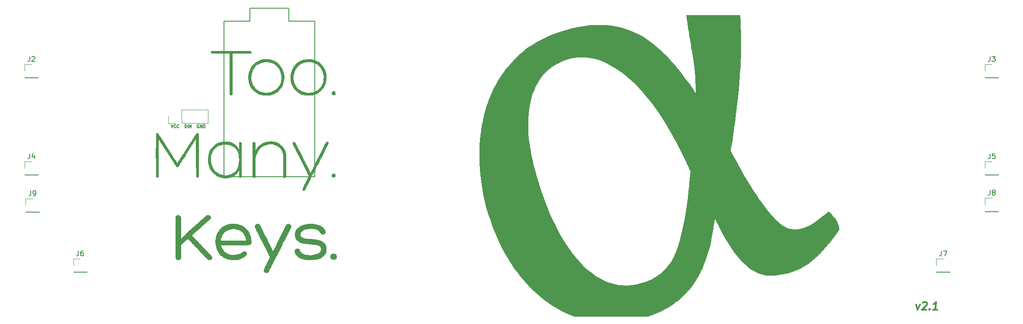
<source format=gto>
G04 #@! TF.GenerationSoftware,KiCad,Pcbnew,(5.1.0)-1*
G04 #@! TF.CreationDate,2019-09-01T20:38:00-07:00*
G04 #@! TF.ProjectId,alpha_pro_micro,616c7068-615f-4707-926f-5f6d6963726f,rev?*
G04 #@! TF.SameCoordinates,Original*
G04 #@! TF.FileFunction,Legend,Top*
G04 #@! TF.FilePolarity,Positive*
%FSLAX46Y46*%
G04 Gerber Fmt 4.6, Leading zero omitted, Abs format (unit mm)*
G04 Created by KiCad (PCBNEW (5.1.0)-1) date 2019-09-01 20:38:00*
%MOMM*%
%LPD*%
G04 APERTURE LIST*
%ADD10C,0.150000*%
%ADD11C,0.300000*%
%ADD12C,0.120000*%
%ADD13C,0.010000*%
G04 APERTURE END LIST*
D10*
X100470154Y-120560344D02*
X100413011Y-120531772D01*
X100327297Y-120531772D01*
X100241582Y-120560344D01*
X100184439Y-120617486D01*
X100155868Y-120674629D01*
X100127297Y-120788915D01*
X100127297Y-120874629D01*
X100155868Y-120988915D01*
X100184439Y-121046058D01*
X100241582Y-121103201D01*
X100327297Y-121131772D01*
X100384439Y-121131772D01*
X100470154Y-121103201D01*
X100498725Y-121074629D01*
X100498725Y-120874629D01*
X100384439Y-120874629D01*
X100755868Y-121131772D02*
X100755868Y-120531772D01*
X101098725Y-121131772D01*
X101098725Y-120531772D01*
X101384439Y-121131772D02*
X101384439Y-120531772D01*
X101527297Y-120531772D01*
X101613011Y-120560344D01*
X101670154Y-120617486D01*
X101698725Y-120674629D01*
X101727297Y-120788915D01*
X101727297Y-120874629D01*
X101698725Y-120988915D01*
X101670154Y-121046058D01*
X101613011Y-121103201D01*
X101527297Y-121131772D01*
X101384439Y-121131772D01*
X97773011Y-121131772D02*
X97773011Y-120531772D01*
X97915868Y-120531772D01*
X98001582Y-120560344D01*
X98058725Y-120617486D01*
X98087297Y-120674629D01*
X98115868Y-120788915D01*
X98115868Y-120874629D01*
X98087297Y-120988915D01*
X98058725Y-121046058D01*
X98001582Y-121103201D01*
X97915868Y-121131772D01*
X97773011Y-121131772D01*
X98373011Y-121131772D02*
X98373011Y-120531772D01*
X98658725Y-121131772D02*
X98658725Y-120531772D01*
X99001582Y-121131772D01*
X99001582Y-120531772D01*
X95047297Y-120531772D02*
X95247297Y-121131772D01*
X95447297Y-120531772D01*
X95990154Y-121074629D02*
X95961582Y-121103201D01*
X95875868Y-121131772D01*
X95818725Y-121131772D01*
X95733011Y-121103201D01*
X95675868Y-121046058D01*
X95647297Y-120988915D01*
X95618725Y-120874629D01*
X95618725Y-120788915D01*
X95647297Y-120674629D01*
X95675868Y-120617486D01*
X95733011Y-120560344D01*
X95818725Y-120531772D01*
X95875868Y-120531772D01*
X95961582Y-120560344D01*
X95990154Y-120588915D01*
X96590154Y-121074629D02*
X96561582Y-121103201D01*
X96475868Y-121131772D01*
X96418725Y-121131772D01*
X96333011Y-121103201D01*
X96275868Y-121046058D01*
X96247297Y-120988915D01*
X96218725Y-120874629D01*
X96218725Y-120788915D01*
X96247297Y-120674629D01*
X96275868Y-120617486D01*
X96333011Y-120560344D01*
X96418725Y-120531772D01*
X96475868Y-120531772D01*
X96561582Y-120560344D01*
X96590154Y-120588915D01*
D11*
X241006068Y-155781415D02*
X241238211Y-156781415D01*
X241720354Y-155781415D01*
X242264997Y-155424272D02*
X242345354Y-155352844D01*
X242497139Y-155281415D01*
X242854282Y-155281415D01*
X242988211Y-155352844D01*
X243050711Y-155424272D01*
X243104282Y-155567129D01*
X243086425Y-155709986D01*
X242988211Y-155924272D01*
X242023925Y-156781415D01*
X242952497Y-156781415D01*
X243613211Y-156638558D02*
X243675711Y-156709986D01*
X243595354Y-156781415D01*
X243532854Y-156709986D01*
X243613211Y-156638558D01*
X243595354Y-156781415D01*
X245095354Y-156781415D02*
X244238211Y-156781415D01*
X244666782Y-156781415D02*
X244854282Y-155281415D01*
X244684639Y-155495701D01*
X244523925Y-155638558D01*
X244372139Y-155709986D01*
D10*
X105410000Y-100250625D02*
X105410000Y-130730625D01*
X105410000Y-100250625D02*
X110490000Y-100250625D01*
X110490000Y-100250625D02*
X110490000Y-97710625D01*
X110490000Y-97710625D02*
X118110000Y-97710625D01*
X118110000Y-97710625D02*
X118110000Y-100250625D01*
X118110000Y-100250625D02*
X123190000Y-100250625D01*
X123190000Y-100250625D02*
X123190000Y-130730625D01*
X123190000Y-130730625D02*
X105410000Y-130730625D01*
D12*
X66577297Y-135024344D02*
X67907297Y-135024344D01*
X66577297Y-136354344D02*
X66577297Y-135024344D01*
X66577297Y-137624344D02*
X69237297Y-137624344D01*
X69237297Y-137624344D02*
X69237297Y-137684344D01*
X66577297Y-137624344D02*
X66577297Y-137684344D01*
X66577297Y-137684344D02*
X69237297Y-137684344D01*
X254420000Y-134897344D02*
X255750000Y-134897344D01*
X254420000Y-136227344D02*
X254420000Y-134897344D01*
X254420000Y-137497344D02*
X257080000Y-137497344D01*
X257080000Y-137497344D02*
X257080000Y-137557344D01*
X254420000Y-137497344D02*
X254420000Y-137557344D01*
X254420000Y-137557344D02*
X257080000Y-137557344D01*
X244895000Y-146803594D02*
X246225000Y-146803594D01*
X244895000Y-148133594D02*
X244895000Y-146803594D01*
X244895000Y-149403594D02*
X247555000Y-149403594D01*
X247555000Y-149403594D02*
X247555000Y-149463594D01*
X244895000Y-149403594D02*
X244895000Y-149463594D01*
X244895000Y-149463594D02*
X247555000Y-149463594D01*
X75911797Y-146803594D02*
X77241797Y-146803594D01*
X75911797Y-148133594D02*
X75911797Y-146803594D01*
X75911797Y-149403594D02*
X78571797Y-149403594D01*
X78571797Y-149403594D02*
X78571797Y-149463594D01*
X75911797Y-149403594D02*
X75911797Y-149463594D01*
X75911797Y-149463594D02*
X78571797Y-149463594D01*
X254420000Y-127753594D02*
X255750000Y-127753594D01*
X254420000Y-129083594D02*
X254420000Y-127753594D01*
X254420000Y-130353594D02*
X257080000Y-130353594D01*
X257080000Y-130353594D02*
X257080000Y-130413594D01*
X254420000Y-130353594D02*
X254420000Y-130413594D01*
X254420000Y-130413594D02*
X257080000Y-130413594D01*
X66386797Y-127753594D02*
X67716797Y-127753594D01*
X66386797Y-129083594D02*
X66386797Y-127753594D01*
X66386797Y-130353594D02*
X69046797Y-130353594D01*
X69046797Y-130353594D02*
X69046797Y-130413594D01*
X66386797Y-130353594D02*
X66386797Y-130413594D01*
X66386797Y-130413594D02*
X69046797Y-130413594D01*
X254420000Y-108703594D02*
X255750000Y-108703594D01*
X254420000Y-110033594D02*
X254420000Y-108703594D01*
X254420000Y-111303594D02*
X257080000Y-111303594D01*
X257080000Y-111303594D02*
X257080000Y-111363594D01*
X254420000Y-111303594D02*
X254420000Y-111363594D01*
X254420000Y-111363594D02*
X257080000Y-111363594D01*
X66386797Y-108703594D02*
X67716797Y-108703594D01*
X66386797Y-110033594D02*
X66386797Y-108703594D01*
X66386797Y-111303594D02*
X69046797Y-111303594D01*
X69046797Y-111303594D02*
X69046797Y-111363594D01*
X66386797Y-111303594D02*
X66386797Y-111363594D01*
X66386797Y-111363594D02*
X69046797Y-111363594D01*
D13*
G36*
X126955735Y-113999226D02*
G01*
X127047879Y-114030618D01*
X127056372Y-114035842D01*
X127129443Y-114109497D01*
X127179511Y-114211082D01*
X127203777Y-114325931D01*
X127199442Y-114439377D01*
X127163705Y-114536754D01*
X127154581Y-114550280D01*
X127070681Y-114629149D01*
X126961881Y-114682750D01*
X126857331Y-114700722D01*
X126777214Y-114689314D01*
X126695639Y-114661569D01*
X126689915Y-114658786D01*
X126592756Y-114585928D01*
X126529287Y-114488608D01*
X126500291Y-114377268D01*
X126506552Y-114262348D01*
X126548853Y-114154292D01*
X126627978Y-114063541D01*
X126644319Y-114051174D01*
X126734471Y-114010229D01*
X126844771Y-113992672D01*
X126955735Y-113999226D01*
X126955735Y-113999226D01*
G37*
X126955735Y-113999226D02*
X127047879Y-114030618D01*
X127056372Y-114035842D01*
X127129443Y-114109497D01*
X127179511Y-114211082D01*
X127203777Y-114325931D01*
X127199442Y-114439377D01*
X127163705Y-114536754D01*
X127154581Y-114550280D01*
X127070681Y-114629149D01*
X126961881Y-114682750D01*
X126857331Y-114700722D01*
X126777214Y-114689314D01*
X126695639Y-114661569D01*
X126689915Y-114658786D01*
X126592756Y-114585928D01*
X126529287Y-114488608D01*
X126500291Y-114377268D01*
X126506552Y-114262348D01*
X126548853Y-114154292D01*
X126627978Y-114063541D01*
X126644319Y-114051174D01*
X126734471Y-114010229D01*
X126844771Y-113992672D01*
X126955735Y-113999226D01*
G36*
X110677589Y-106160360D02*
G01*
X110728743Y-106238248D01*
X110741173Y-106329233D01*
X110714727Y-106417892D01*
X110680612Y-106463077D01*
X110621740Y-106521949D01*
X107016104Y-106521949D01*
X107034012Y-110522709D01*
X107036293Y-111038151D01*
X107038303Y-111507787D01*
X107040030Y-111933779D01*
X107041463Y-112318291D01*
X107042590Y-112663486D01*
X107043400Y-112971525D01*
X107043883Y-113244573D01*
X107044026Y-113484791D01*
X107043818Y-113694343D01*
X107043248Y-113875392D01*
X107042304Y-114030100D01*
X107040976Y-114160631D01*
X107039252Y-114269147D01*
X107037120Y-114357811D01*
X107034569Y-114428786D01*
X107031588Y-114484235D01*
X107028166Y-114526321D01*
X107024290Y-114557206D01*
X107019951Y-114579053D01*
X107015136Y-114594026D01*
X107012640Y-114599430D01*
X106945218Y-114681291D01*
X106850781Y-114727803D01*
X106738879Y-114734667D01*
X106718999Y-114731617D01*
X106667517Y-114707988D01*
X106613099Y-114663747D01*
X106611067Y-114661612D01*
X106554120Y-114600996D01*
X106547918Y-110561473D01*
X106541715Y-106521949D01*
X104758281Y-106521949D01*
X104423415Y-106521928D01*
X104133192Y-106521806D01*
X103884285Y-106521493D01*
X103673368Y-106520899D01*
X103497113Y-106519935D01*
X103352194Y-106518512D01*
X103235284Y-106516540D01*
X103143056Y-106513928D01*
X103072184Y-106510589D01*
X103019341Y-106506432D01*
X102981200Y-106501367D01*
X102954434Y-106495305D01*
X102935716Y-106488157D01*
X102921720Y-106479833D01*
X102911652Y-106472238D01*
X102860993Y-106404730D01*
X102844349Y-106319203D01*
X102861786Y-106231530D01*
X102910349Y-106160360D01*
X102972244Y-106102213D01*
X110615695Y-106102213D01*
X110677589Y-106160360D01*
X110677589Y-106160360D01*
G37*
X110677589Y-106160360D02*
X110728743Y-106238248D01*
X110741173Y-106329233D01*
X110714727Y-106417892D01*
X110680612Y-106463077D01*
X110621740Y-106521949D01*
X107016104Y-106521949D01*
X107034012Y-110522709D01*
X107036293Y-111038151D01*
X107038303Y-111507787D01*
X107040030Y-111933779D01*
X107041463Y-112318291D01*
X107042590Y-112663486D01*
X107043400Y-112971525D01*
X107043883Y-113244573D01*
X107044026Y-113484791D01*
X107043818Y-113694343D01*
X107043248Y-113875392D01*
X107042304Y-114030100D01*
X107040976Y-114160631D01*
X107039252Y-114269147D01*
X107037120Y-114357811D01*
X107034569Y-114428786D01*
X107031588Y-114484235D01*
X107028166Y-114526321D01*
X107024290Y-114557206D01*
X107019951Y-114579053D01*
X107015136Y-114594026D01*
X107012640Y-114599430D01*
X106945218Y-114681291D01*
X106850781Y-114727803D01*
X106738879Y-114734667D01*
X106718999Y-114731617D01*
X106667517Y-114707988D01*
X106613099Y-114663747D01*
X106611067Y-114661612D01*
X106554120Y-114600996D01*
X106547918Y-110561473D01*
X106541715Y-106521949D01*
X104758281Y-106521949D01*
X104423415Y-106521928D01*
X104133192Y-106521806D01*
X103884285Y-106521493D01*
X103673368Y-106520899D01*
X103497113Y-106519935D01*
X103352194Y-106518512D01*
X103235284Y-106516540D01*
X103143056Y-106513928D01*
X103072184Y-106510589D01*
X103019341Y-106506432D01*
X102981200Y-106501367D01*
X102954434Y-106495305D01*
X102935716Y-106488157D01*
X102921720Y-106479833D01*
X102911652Y-106472238D01*
X102860993Y-106404730D01*
X102844349Y-106319203D01*
X102861786Y-106231530D01*
X102910349Y-106160360D01*
X102972244Y-106102213D01*
X110615695Y-106102213D01*
X110677589Y-106160360D01*
G36*
X122448646Y-107741146D02*
G01*
X122785124Y-107793904D01*
X123093749Y-107874364D01*
X123101272Y-107876816D01*
X123458479Y-108018749D01*
X123794910Y-108202355D01*
X124107891Y-108424882D01*
X124394745Y-108683578D01*
X124652795Y-108975691D01*
X124879367Y-109298470D01*
X125071783Y-109649163D01*
X125227367Y-110025018D01*
X125247466Y-110083705D01*
X125313182Y-110294158D01*
X125361731Y-110484831D01*
X125395307Y-110669975D01*
X125416101Y-110863843D01*
X125426308Y-111080685D01*
X125428332Y-111258965D01*
X125420284Y-111583104D01*
X125394102Y-111873066D01*
X125347401Y-112139987D01*
X125277796Y-112395001D01*
X125182901Y-112649242D01*
X125084053Y-112865953D01*
X124883576Y-113224874D01*
X124650549Y-113548678D01*
X124385667Y-113836827D01*
X124089627Y-114088782D01*
X123763125Y-114304007D01*
X123406858Y-114481964D01*
X123021522Y-114622113D01*
X122704253Y-114704185D01*
X122561006Y-114727863D01*
X122382741Y-114746055D01*
X122182130Y-114758458D01*
X121971844Y-114764773D01*
X121764554Y-114764697D01*
X121572931Y-114757931D01*
X121409647Y-114744173D01*
X121352798Y-114736275D01*
X120946226Y-114648966D01*
X120566500Y-114522195D01*
X120212086Y-114355172D01*
X119881448Y-114147106D01*
X119573051Y-113897207D01*
X119404851Y-113733907D01*
X119147816Y-113436760D01*
X118932286Y-113118499D01*
X118755507Y-112774555D01*
X118630510Y-112449126D01*
X118564047Y-112231284D01*
X118515310Y-112027877D01*
X118482162Y-111824684D01*
X118462465Y-111607483D01*
X118454081Y-111362054D01*
X118453524Y-111284035D01*
X118966302Y-111284035D01*
X118987986Y-111679433D01*
X119052909Y-112054621D01*
X119160871Y-112409107D01*
X119311675Y-112742398D01*
X119505125Y-113053999D01*
X119741022Y-113343419D01*
X119826764Y-113432591D01*
X120097743Y-113673654D01*
X120389401Y-113874445D01*
X120705132Y-114036681D01*
X121048334Y-114162082D01*
X121422403Y-114252366D01*
X121460730Y-114259368D01*
X121615223Y-114277765D01*
X121802492Y-114285864D01*
X122008586Y-114284201D01*
X122219551Y-114273313D01*
X122421434Y-114253735D01*
X122600282Y-114226005D01*
X122659975Y-114213283D01*
X123028759Y-114103807D01*
X123371461Y-113955149D01*
X123686107Y-113769223D01*
X123970726Y-113547940D01*
X124223344Y-113293212D01*
X124441990Y-113006952D01*
X124624690Y-112691072D01*
X124769473Y-112347485D01*
X124846730Y-112093339D01*
X124896952Y-111844217D01*
X124927989Y-111568330D01*
X124939074Y-111283204D01*
X124929439Y-111006370D01*
X124903894Y-110787666D01*
X124820233Y-110410693D01*
X124697306Y-110052789D01*
X124537442Y-109717317D01*
X124342969Y-109407643D01*
X124116215Y-109127131D01*
X123859510Y-108879144D01*
X123575181Y-108667049D01*
X123343099Y-108532470D01*
X123065677Y-108407343D01*
X122781490Y-108315506D01*
X122481401Y-108254942D01*
X122156268Y-108223639D01*
X121916443Y-108218037D01*
X121528694Y-108238677D01*
X121166489Y-108299498D01*
X120828197Y-108401152D01*
X120512184Y-108544292D01*
X120216818Y-108729571D01*
X119940467Y-108957641D01*
X119852477Y-109043101D01*
X119611412Y-109320102D01*
X119405931Y-109626806D01*
X119237703Y-109958993D01*
X119108397Y-110312439D01*
X119019684Y-110682924D01*
X118973233Y-111066225D01*
X118966302Y-111284035D01*
X118453524Y-111284035D01*
X118453430Y-111270957D01*
X118456196Y-111047182D01*
X118466881Y-110855588D01*
X118487794Y-110680717D01*
X118521247Y-110507109D01*
X118569549Y-110319306D01*
X118621857Y-110143874D01*
X118763714Y-109760592D01*
X118942225Y-109402112D01*
X119154872Y-109071123D01*
X119399135Y-108770314D01*
X119672494Y-108502375D01*
X119972430Y-108269995D01*
X120296424Y-108075863D01*
X120641956Y-107922669D01*
X120732703Y-107890648D01*
X121043771Y-107805856D01*
X121381877Y-107748445D01*
X121736044Y-107718481D01*
X122095293Y-107716026D01*
X122448646Y-107741146D01*
X122448646Y-107741146D01*
G37*
X122448646Y-107741146D02*
X122785124Y-107793904D01*
X123093749Y-107874364D01*
X123101272Y-107876816D01*
X123458479Y-108018749D01*
X123794910Y-108202355D01*
X124107891Y-108424882D01*
X124394745Y-108683578D01*
X124652795Y-108975691D01*
X124879367Y-109298470D01*
X125071783Y-109649163D01*
X125227367Y-110025018D01*
X125247466Y-110083705D01*
X125313182Y-110294158D01*
X125361731Y-110484831D01*
X125395307Y-110669975D01*
X125416101Y-110863843D01*
X125426308Y-111080685D01*
X125428332Y-111258965D01*
X125420284Y-111583104D01*
X125394102Y-111873066D01*
X125347401Y-112139987D01*
X125277796Y-112395001D01*
X125182901Y-112649242D01*
X125084053Y-112865953D01*
X124883576Y-113224874D01*
X124650549Y-113548678D01*
X124385667Y-113836827D01*
X124089627Y-114088782D01*
X123763125Y-114304007D01*
X123406858Y-114481964D01*
X123021522Y-114622113D01*
X122704253Y-114704185D01*
X122561006Y-114727863D01*
X122382741Y-114746055D01*
X122182130Y-114758458D01*
X121971844Y-114764773D01*
X121764554Y-114764697D01*
X121572931Y-114757931D01*
X121409647Y-114744173D01*
X121352798Y-114736275D01*
X120946226Y-114648966D01*
X120566500Y-114522195D01*
X120212086Y-114355172D01*
X119881448Y-114147106D01*
X119573051Y-113897207D01*
X119404851Y-113733907D01*
X119147816Y-113436760D01*
X118932286Y-113118499D01*
X118755507Y-112774555D01*
X118630510Y-112449126D01*
X118564047Y-112231284D01*
X118515310Y-112027877D01*
X118482162Y-111824684D01*
X118462465Y-111607483D01*
X118454081Y-111362054D01*
X118453524Y-111284035D01*
X118966302Y-111284035D01*
X118987986Y-111679433D01*
X119052909Y-112054621D01*
X119160871Y-112409107D01*
X119311675Y-112742398D01*
X119505125Y-113053999D01*
X119741022Y-113343419D01*
X119826764Y-113432591D01*
X120097743Y-113673654D01*
X120389401Y-113874445D01*
X120705132Y-114036681D01*
X121048334Y-114162082D01*
X121422403Y-114252366D01*
X121460730Y-114259368D01*
X121615223Y-114277765D01*
X121802492Y-114285864D01*
X122008586Y-114284201D01*
X122219551Y-114273313D01*
X122421434Y-114253735D01*
X122600282Y-114226005D01*
X122659975Y-114213283D01*
X123028759Y-114103807D01*
X123371461Y-113955149D01*
X123686107Y-113769223D01*
X123970726Y-113547940D01*
X124223344Y-113293212D01*
X124441990Y-113006952D01*
X124624690Y-112691072D01*
X124769473Y-112347485D01*
X124846730Y-112093339D01*
X124896952Y-111844217D01*
X124927989Y-111568330D01*
X124939074Y-111283204D01*
X124929439Y-111006370D01*
X124903894Y-110787666D01*
X124820233Y-110410693D01*
X124697306Y-110052789D01*
X124537442Y-109717317D01*
X124342969Y-109407643D01*
X124116215Y-109127131D01*
X123859510Y-108879144D01*
X123575181Y-108667049D01*
X123343099Y-108532470D01*
X123065677Y-108407343D01*
X122781490Y-108315506D01*
X122481401Y-108254942D01*
X122156268Y-108223639D01*
X121916443Y-108218037D01*
X121528694Y-108238677D01*
X121166489Y-108299498D01*
X120828197Y-108401152D01*
X120512184Y-108544292D01*
X120216818Y-108729571D01*
X119940467Y-108957641D01*
X119852477Y-109043101D01*
X119611412Y-109320102D01*
X119405931Y-109626806D01*
X119237703Y-109958993D01*
X119108397Y-110312439D01*
X119019684Y-110682924D01*
X118973233Y-111066225D01*
X118966302Y-111284035D01*
X118453524Y-111284035D01*
X118453430Y-111270957D01*
X118456196Y-111047182D01*
X118466881Y-110855588D01*
X118487794Y-110680717D01*
X118521247Y-110507109D01*
X118569549Y-110319306D01*
X118621857Y-110143874D01*
X118763714Y-109760592D01*
X118942225Y-109402112D01*
X119154872Y-109071123D01*
X119399135Y-108770314D01*
X119672494Y-108502375D01*
X119972430Y-108269995D01*
X120296424Y-108075863D01*
X120641956Y-107922669D01*
X120732703Y-107890648D01*
X121043771Y-107805856D01*
X121381877Y-107748445D01*
X121736044Y-107718481D01*
X122095293Y-107716026D01*
X122448646Y-107741146D01*
G36*
X114137244Y-107735839D02*
G01*
X114444898Y-107780221D01*
X114815694Y-107875408D01*
X115169787Y-108014103D01*
X115504315Y-108193882D01*
X115816411Y-108412324D01*
X116103210Y-108667006D01*
X116361849Y-108955504D01*
X116589461Y-109275396D01*
X116783182Y-109624259D01*
X116878695Y-109838462D01*
X117014871Y-110230719D01*
X117107140Y-110628996D01*
X117156167Y-111029561D01*
X117162620Y-111428679D01*
X117127165Y-111822618D01*
X117050470Y-112207644D01*
X116933199Y-112580024D01*
X116776021Y-112936024D01*
X116579603Y-113271911D01*
X116344609Y-113583951D01*
X116177271Y-113766397D01*
X115880467Y-114034392D01*
X115561135Y-114260716D01*
X115218070Y-114445968D01*
X114850066Y-114590749D01*
X114455920Y-114695657D01*
X114228225Y-114736478D01*
X114056834Y-114755225D01*
X113854460Y-114766107D01*
X113637220Y-114769147D01*
X113421231Y-114764370D01*
X113222608Y-114751798D01*
X113078011Y-114734777D01*
X112724908Y-114661267D01*
X112378162Y-114552438D01*
X112047485Y-114412316D01*
X111742586Y-114244929D01*
X111512794Y-114085654D01*
X111204397Y-113817485D01*
X110934425Y-113520760D01*
X110703370Y-113196288D01*
X110511725Y-112844877D01*
X110359981Y-112467332D01*
X110248629Y-112064463D01*
X110231556Y-111982472D01*
X110198499Y-111760517D01*
X110179283Y-111509941D01*
X110175100Y-111304542D01*
X110695795Y-111304542D01*
X110698664Y-111496908D01*
X110708564Y-111670235D01*
X110725181Y-111807803D01*
X110811073Y-112178501D01*
X110937519Y-112528149D01*
X111102163Y-112854039D01*
X111302645Y-113153461D01*
X111536608Y-113423709D01*
X111801693Y-113662074D01*
X112095541Y-113865847D01*
X112415794Y-114032319D01*
X112760095Y-114158783D01*
X112776486Y-114163598D01*
X113111684Y-114241137D01*
X113457594Y-114284060D01*
X113800247Y-114291266D01*
X114088562Y-114267108D01*
X114464376Y-114192563D01*
X114820096Y-114077289D01*
X115152870Y-113923223D01*
X115459840Y-113732299D01*
X115738153Y-113506454D01*
X115984954Y-113247622D01*
X116197387Y-112957739D01*
X116312682Y-112759296D01*
X116463817Y-112424352D01*
X116572136Y-112078156D01*
X116638834Y-111724649D01*
X116665109Y-111367774D01*
X116652159Y-111011470D01*
X116601181Y-110659680D01*
X116513371Y-110316343D01*
X116389928Y-109985402D01*
X116232048Y-109670798D01*
X116040928Y-109376470D01*
X115817766Y-109106362D01*
X115563760Y-108864413D01*
X115280105Y-108654566D01*
X115020787Y-108506479D01*
X114728595Y-108384473D01*
X114409351Y-108294854D01*
X114071790Y-108238064D01*
X113724645Y-108214545D01*
X113376651Y-108224740D01*
X113036542Y-108269090D01*
X112713052Y-108348037D01*
X112604701Y-108384166D01*
X112275643Y-108527290D01*
X111971302Y-108710320D01*
X111693591Y-108930960D01*
X111444424Y-109186911D01*
X111225715Y-109475876D01*
X111039379Y-109795557D01*
X110887328Y-110143659D01*
X110771477Y-110517882D01*
X110749261Y-110611373D01*
X110726690Y-110746553D01*
X110710076Y-110916031D01*
X110699688Y-111106472D01*
X110695795Y-111304542D01*
X110175100Y-111304542D01*
X110173916Y-111246413D01*
X110182404Y-110985598D01*
X110204754Y-110743162D01*
X110230932Y-110581262D01*
X110335205Y-110170255D01*
X110476657Y-109783453D01*
X110653296Y-109423010D01*
X110863128Y-109091083D01*
X111104161Y-108789827D01*
X111374401Y-108521399D01*
X111671856Y-108287953D01*
X111994532Y-108091645D01*
X112340437Y-107934632D01*
X112707577Y-107819069D01*
X112805788Y-107796182D01*
X113116591Y-107744768D01*
X113452843Y-107717469D01*
X113798431Y-107714440D01*
X114137244Y-107735839D01*
X114137244Y-107735839D01*
G37*
X114137244Y-107735839D02*
X114444898Y-107780221D01*
X114815694Y-107875408D01*
X115169787Y-108014103D01*
X115504315Y-108193882D01*
X115816411Y-108412324D01*
X116103210Y-108667006D01*
X116361849Y-108955504D01*
X116589461Y-109275396D01*
X116783182Y-109624259D01*
X116878695Y-109838462D01*
X117014871Y-110230719D01*
X117107140Y-110628996D01*
X117156167Y-111029561D01*
X117162620Y-111428679D01*
X117127165Y-111822618D01*
X117050470Y-112207644D01*
X116933199Y-112580024D01*
X116776021Y-112936024D01*
X116579603Y-113271911D01*
X116344609Y-113583951D01*
X116177271Y-113766397D01*
X115880467Y-114034392D01*
X115561135Y-114260716D01*
X115218070Y-114445968D01*
X114850066Y-114590749D01*
X114455920Y-114695657D01*
X114228225Y-114736478D01*
X114056834Y-114755225D01*
X113854460Y-114766107D01*
X113637220Y-114769147D01*
X113421231Y-114764370D01*
X113222608Y-114751798D01*
X113078011Y-114734777D01*
X112724908Y-114661267D01*
X112378162Y-114552438D01*
X112047485Y-114412316D01*
X111742586Y-114244929D01*
X111512794Y-114085654D01*
X111204397Y-113817485D01*
X110934425Y-113520760D01*
X110703370Y-113196288D01*
X110511725Y-112844877D01*
X110359981Y-112467332D01*
X110248629Y-112064463D01*
X110231556Y-111982472D01*
X110198499Y-111760517D01*
X110179283Y-111509941D01*
X110175100Y-111304542D01*
X110695795Y-111304542D01*
X110698664Y-111496908D01*
X110708564Y-111670235D01*
X110725181Y-111807803D01*
X110811073Y-112178501D01*
X110937519Y-112528149D01*
X111102163Y-112854039D01*
X111302645Y-113153461D01*
X111536608Y-113423709D01*
X111801693Y-113662074D01*
X112095541Y-113865847D01*
X112415794Y-114032319D01*
X112760095Y-114158783D01*
X112776486Y-114163598D01*
X113111684Y-114241137D01*
X113457594Y-114284060D01*
X113800247Y-114291266D01*
X114088562Y-114267108D01*
X114464376Y-114192563D01*
X114820096Y-114077289D01*
X115152870Y-113923223D01*
X115459840Y-113732299D01*
X115738153Y-113506454D01*
X115984954Y-113247622D01*
X116197387Y-112957739D01*
X116312682Y-112759296D01*
X116463817Y-112424352D01*
X116572136Y-112078156D01*
X116638834Y-111724649D01*
X116665109Y-111367774D01*
X116652159Y-111011470D01*
X116601181Y-110659680D01*
X116513371Y-110316343D01*
X116389928Y-109985402D01*
X116232048Y-109670798D01*
X116040928Y-109376470D01*
X115817766Y-109106362D01*
X115563760Y-108864413D01*
X115280105Y-108654566D01*
X115020787Y-108506479D01*
X114728595Y-108384473D01*
X114409351Y-108294854D01*
X114071790Y-108238064D01*
X113724645Y-108214545D01*
X113376651Y-108224740D01*
X113036542Y-108269090D01*
X112713052Y-108348037D01*
X112604701Y-108384166D01*
X112275643Y-108527290D01*
X111971302Y-108710320D01*
X111693591Y-108930960D01*
X111444424Y-109186911D01*
X111225715Y-109475876D01*
X111039379Y-109795557D01*
X110887328Y-110143659D01*
X110771477Y-110517882D01*
X110749261Y-110611373D01*
X110726690Y-110746553D01*
X110710076Y-110916031D01*
X110699688Y-111106472D01*
X110695795Y-111304542D01*
X110175100Y-111304542D01*
X110173916Y-111246413D01*
X110182404Y-110985598D01*
X110204754Y-110743162D01*
X110230932Y-110581262D01*
X110335205Y-110170255D01*
X110476657Y-109783453D01*
X110653296Y-109423010D01*
X110863128Y-109091083D01*
X111104161Y-108789827D01*
X111374401Y-108521399D01*
X111671856Y-108287953D01*
X111994532Y-108091645D01*
X112340437Y-107934632D01*
X112707577Y-107819069D01*
X112805788Y-107796182D01*
X113116591Y-107744768D01*
X113452843Y-107717469D01*
X113798431Y-107714440D01*
X114137244Y-107735839D01*
G36*
X126959326Y-130131468D02*
G01*
X127049995Y-130159465D01*
X127124005Y-130222751D01*
X127175489Y-130316610D01*
X127201680Y-130427906D01*
X127199807Y-130543499D01*
X127167104Y-130650253D01*
X127157237Y-130668351D01*
X127084235Y-130747606D01*
X126983096Y-130798798D01*
X126866420Y-130819191D01*
X126746807Y-130806049D01*
X126666931Y-130774817D01*
X126580551Y-130703689D01*
X126525138Y-130607015D01*
X126500979Y-130496128D01*
X126508362Y-130382358D01*
X126547575Y-130277037D01*
X126618905Y-130191496D01*
X126651540Y-130168310D01*
X126738519Y-130136194D01*
X126848200Y-130123756D01*
X126959326Y-130131468D01*
X126959326Y-130131468D01*
G37*
X126959326Y-130131468D02*
X127049995Y-130159465D01*
X127124005Y-130222751D01*
X127175489Y-130316610D01*
X127201680Y-130427906D01*
X127199807Y-130543499D01*
X127167104Y-130650253D01*
X127157237Y-130668351D01*
X127084235Y-130747606D01*
X126983096Y-130798798D01*
X126866420Y-130819191D01*
X126746807Y-130806049D01*
X126666931Y-130774817D01*
X126580551Y-130703689D01*
X126525138Y-130607015D01*
X126500979Y-130496128D01*
X126508362Y-130382358D01*
X126547575Y-130277037D01*
X126618905Y-130191496D01*
X126651540Y-130168310D01*
X126738519Y-130136194D01*
X126848200Y-130123756D01*
X126959326Y-130131468D01*
G36*
X92383187Y-122211099D02*
G01*
X92396753Y-122217529D01*
X92412101Y-122228143D01*
X92430531Y-122244891D01*
X92453338Y-122269723D01*
X92481821Y-122304590D01*
X92517277Y-122351441D01*
X92561005Y-122412228D01*
X92614300Y-122488901D01*
X92678462Y-122583409D01*
X92754788Y-122697704D01*
X92844574Y-122833735D01*
X92949120Y-122993454D01*
X93069722Y-123178809D01*
X93207678Y-123391752D01*
X93364285Y-123634233D01*
X93540842Y-123908201D01*
X93738645Y-124215609D01*
X93958993Y-124558405D01*
X94203182Y-124938540D01*
X94352474Y-125171019D01*
X94571153Y-125511343D01*
X94782912Y-125840444D01*
X94986290Y-126156075D01*
X95179828Y-126455988D01*
X95362066Y-126737937D01*
X95531545Y-126999675D01*
X95686805Y-127238955D01*
X95826386Y-127453530D01*
X95948829Y-127641153D01*
X96052674Y-127799578D01*
X96136462Y-127926557D01*
X96198732Y-128019844D01*
X96238026Y-128077192D01*
X96252843Y-128096359D01*
X96268066Y-128076495D01*
X96307571Y-128018410D01*
X96369900Y-127924361D01*
X96453597Y-127796608D01*
X96557206Y-127637408D01*
X96679269Y-127449021D01*
X96818330Y-127233704D01*
X96972933Y-126993715D01*
X97141619Y-126731315D01*
X97322933Y-126448760D01*
X97515418Y-126148309D01*
X97717616Y-125832221D01*
X97928073Y-125502754D01*
X98132320Y-125182574D01*
X98391767Y-124775725D01*
X98626779Y-124407499D01*
X98838600Y-124076001D01*
X99028475Y-123779337D01*
X99197647Y-123515612D01*
X99347361Y-123282932D01*
X99478862Y-123079403D01*
X99593393Y-122903129D01*
X99692200Y-122752217D01*
X99776527Y-122624772D01*
X99847617Y-122518899D01*
X99906716Y-122432705D01*
X99955068Y-122364294D01*
X99993917Y-122311772D01*
X100024507Y-122273245D01*
X100048084Y-122246819D01*
X100065890Y-122230597D01*
X100075399Y-122224398D01*
X100177857Y-122193417D01*
X100272942Y-122209694D01*
X100357010Y-122271204D01*
X100413988Y-122331852D01*
X100420882Y-126437335D01*
X100421538Y-126878633D01*
X100422012Y-127307652D01*
X100422306Y-127721873D01*
X100422427Y-128118776D01*
X100422377Y-128495842D01*
X100422163Y-128850552D01*
X100421788Y-129180388D01*
X100421257Y-129482830D01*
X100420575Y-129755359D01*
X100419746Y-129995457D01*
X100418775Y-130200603D01*
X100417666Y-130368280D01*
X100416424Y-130495967D01*
X100415053Y-130581146D01*
X100413559Y-130621298D01*
X100413296Y-130623448D01*
X100374745Y-130723283D01*
X100303304Y-130789126D01*
X100202939Y-130817689D01*
X100177887Y-130818644D01*
X100073061Y-130803430D01*
X100014898Y-130772795D01*
X99958275Y-130726946D01*
X99946283Y-126978330D01*
X99934290Y-123229714D01*
X98210688Y-125938863D01*
X98001075Y-126268012D01*
X97797738Y-126586678D01*
X97602244Y-126892440D01*
X97416156Y-127182876D01*
X97241040Y-127455563D01*
X97078462Y-127708081D01*
X96929986Y-127938006D01*
X96797176Y-128142917D01*
X96681599Y-128320393D01*
X96584819Y-128468011D01*
X96508402Y-128583349D01*
X96453911Y-128663986D01*
X96422913Y-128707499D01*
X96417439Y-128713970D01*
X96328314Y-128767544D01*
X96224793Y-128779330D01*
X96117998Y-128748164D01*
X96113505Y-128745844D01*
X96094129Y-128726121D01*
X96056915Y-128677528D01*
X96001220Y-128599080D01*
X95926396Y-128489793D01*
X95831799Y-128348679D01*
X95716782Y-128174755D01*
X95580699Y-127967034D01*
X95422906Y-127724532D01*
X95242756Y-127446263D01*
X95039603Y-127131241D01*
X94812803Y-126778482D01*
X94561708Y-126387000D01*
X94309833Y-125993578D01*
X92570929Y-123275396D01*
X92558936Y-126985127D01*
X92546944Y-130694859D01*
X92488797Y-130756752D01*
X92437563Y-130798384D01*
X92375266Y-130815779D01*
X92320903Y-130817881D01*
X92245684Y-130811256D01*
X92186749Y-130795509D01*
X92173100Y-130787900D01*
X92131167Y-130743111D01*
X92107141Y-130706293D01*
X92103837Y-130676428D01*
X92100722Y-130601593D01*
X92097797Y-130484785D01*
X92095064Y-130329003D01*
X92092524Y-130137245D01*
X92090179Y-129912509D01*
X92088030Y-129657795D01*
X92086080Y-129376100D01*
X92084330Y-129070422D01*
X92082781Y-128743760D01*
X92081434Y-128399113D01*
X92080293Y-128039479D01*
X92079357Y-127667856D01*
X92078630Y-127287243D01*
X92078112Y-126900637D01*
X92077804Y-126511038D01*
X92077709Y-126121444D01*
X92077828Y-125734853D01*
X92078163Y-125354263D01*
X92078715Y-124982674D01*
X92079485Y-124623083D01*
X92080477Y-124278488D01*
X92081690Y-123951889D01*
X92083127Y-123646283D01*
X92084790Y-123364669D01*
X92086679Y-123110045D01*
X92088797Y-122885410D01*
X92091145Y-122693762D01*
X92093725Y-122538099D01*
X92096537Y-122421421D01*
X92099585Y-122346724D01*
X92102678Y-122317433D01*
X92139673Y-122266105D01*
X92199658Y-122221037D01*
X92209225Y-122216150D01*
X92270121Y-122192081D01*
X92320388Y-122191205D01*
X92383187Y-122211099D01*
X92383187Y-122211099D01*
G37*
X92383187Y-122211099D02*
X92396753Y-122217529D01*
X92412101Y-122228143D01*
X92430531Y-122244891D01*
X92453338Y-122269723D01*
X92481821Y-122304590D01*
X92517277Y-122351441D01*
X92561005Y-122412228D01*
X92614300Y-122488901D01*
X92678462Y-122583409D01*
X92754788Y-122697704D01*
X92844574Y-122833735D01*
X92949120Y-122993454D01*
X93069722Y-123178809D01*
X93207678Y-123391752D01*
X93364285Y-123634233D01*
X93540842Y-123908201D01*
X93738645Y-124215609D01*
X93958993Y-124558405D01*
X94203182Y-124938540D01*
X94352474Y-125171019D01*
X94571153Y-125511343D01*
X94782912Y-125840444D01*
X94986290Y-126156075D01*
X95179828Y-126455988D01*
X95362066Y-126737937D01*
X95531545Y-126999675D01*
X95686805Y-127238955D01*
X95826386Y-127453530D01*
X95948829Y-127641153D01*
X96052674Y-127799578D01*
X96136462Y-127926557D01*
X96198732Y-128019844D01*
X96238026Y-128077192D01*
X96252843Y-128096359D01*
X96268066Y-128076495D01*
X96307571Y-128018410D01*
X96369900Y-127924361D01*
X96453597Y-127796608D01*
X96557206Y-127637408D01*
X96679269Y-127449021D01*
X96818330Y-127233704D01*
X96972933Y-126993715D01*
X97141619Y-126731315D01*
X97322933Y-126448760D01*
X97515418Y-126148309D01*
X97717616Y-125832221D01*
X97928073Y-125502754D01*
X98132320Y-125182574D01*
X98391767Y-124775725D01*
X98626779Y-124407499D01*
X98838600Y-124076001D01*
X99028475Y-123779337D01*
X99197647Y-123515612D01*
X99347361Y-123282932D01*
X99478862Y-123079403D01*
X99593393Y-122903129D01*
X99692200Y-122752217D01*
X99776527Y-122624772D01*
X99847617Y-122518899D01*
X99906716Y-122432705D01*
X99955068Y-122364294D01*
X99993917Y-122311772D01*
X100024507Y-122273245D01*
X100048084Y-122246819D01*
X100065890Y-122230597D01*
X100075399Y-122224398D01*
X100177857Y-122193417D01*
X100272942Y-122209694D01*
X100357010Y-122271204D01*
X100413988Y-122331852D01*
X100420882Y-126437335D01*
X100421538Y-126878633D01*
X100422012Y-127307652D01*
X100422306Y-127721873D01*
X100422427Y-128118776D01*
X100422377Y-128495842D01*
X100422163Y-128850552D01*
X100421788Y-129180388D01*
X100421257Y-129482830D01*
X100420575Y-129755359D01*
X100419746Y-129995457D01*
X100418775Y-130200603D01*
X100417666Y-130368280D01*
X100416424Y-130495967D01*
X100415053Y-130581146D01*
X100413559Y-130621298D01*
X100413296Y-130623448D01*
X100374745Y-130723283D01*
X100303304Y-130789126D01*
X100202939Y-130817689D01*
X100177887Y-130818644D01*
X100073061Y-130803430D01*
X100014898Y-130772795D01*
X99958275Y-130726946D01*
X99946283Y-126978330D01*
X99934290Y-123229714D01*
X98210688Y-125938863D01*
X98001075Y-126268012D01*
X97797738Y-126586678D01*
X97602244Y-126892440D01*
X97416156Y-127182876D01*
X97241040Y-127455563D01*
X97078462Y-127708081D01*
X96929986Y-127938006D01*
X96797176Y-128142917D01*
X96681599Y-128320393D01*
X96584819Y-128468011D01*
X96508402Y-128583349D01*
X96453911Y-128663986D01*
X96422913Y-128707499D01*
X96417439Y-128713970D01*
X96328314Y-128767544D01*
X96224793Y-128779330D01*
X96117998Y-128748164D01*
X96113505Y-128745844D01*
X96094129Y-128726121D01*
X96056915Y-128677528D01*
X96001220Y-128599080D01*
X95926396Y-128489793D01*
X95831799Y-128348679D01*
X95716782Y-128174755D01*
X95580699Y-127967034D01*
X95422906Y-127724532D01*
X95242756Y-127446263D01*
X95039603Y-127131241D01*
X94812803Y-126778482D01*
X94561708Y-126387000D01*
X94309833Y-125993578D01*
X92570929Y-123275396D01*
X92558936Y-126985127D01*
X92546944Y-130694859D01*
X92488797Y-130756752D01*
X92437563Y-130798384D01*
X92375266Y-130815779D01*
X92320903Y-130817881D01*
X92245684Y-130811256D01*
X92186749Y-130795509D01*
X92173100Y-130787900D01*
X92131167Y-130743111D01*
X92107141Y-130706293D01*
X92103837Y-130676428D01*
X92100722Y-130601593D01*
X92097797Y-130484785D01*
X92095064Y-130329003D01*
X92092524Y-130137245D01*
X92090179Y-129912509D01*
X92088030Y-129657795D01*
X92086080Y-129376100D01*
X92084330Y-129070422D01*
X92082781Y-128743760D01*
X92081434Y-128399113D01*
X92080293Y-128039479D01*
X92079357Y-127667856D01*
X92078630Y-127287243D01*
X92078112Y-126900637D01*
X92077804Y-126511038D01*
X92077709Y-126121444D01*
X92077828Y-125734853D01*
X92078163Y-125354263D01*
X92078715Y-124982674D01*
X92079485Y-124623083D01*
X92080477Y-124278488D01*
X92081690Y-123951889D01*
X92083127Y-123646283D01*
X92084790Y-123364669D01*
X92086679Y-123110045D01*
X92088797Y-122885410D01*
X92091145Y-122693762D01*
X92093725Y-122538099D01*
X92096537Y-122421421D01*
X92099585Y-122346724D01*
X92102678Y-122317433D01*
X92139673Y-122266105D01*
X92199658Y-122221037D01*
X92209225Y-122216150D01*
X92270121Y-122192081D01*
X92320388Y-122191205D01*
X92383187Y-122211099D01*
G36*
X114685995Y-123822795D02*
G01*
X114992640Y-123853769D01*
X115290095Y-123907851D01*
X115560447Y-123982798D01*
X115905601Y-124123112D01*
X116223961Y-124301619D01*
X116513101Y-124515735D01*
X116770593Y-124762876D01*
X116994007Y-125040457D01*
X117180917Y-125345895D01*
X117328894Y-125676604D01*
X117418287Y-125960220D01*
X117437185Y-126036562D01*
X117453844Y-126113409D01*
X117468388Y-126194096D01*
X117480941Y-126281957D01*
X117491626Y-126380327D01*
X117500568Y-126492542D01*
X117507890Y-126621937D01*
X117513715Y-126771846D01*
X117518168Y-126945605D01*
X117521373Y-127146549D01*
X117523453Y-127378012D01*
X117524532Y-127643330D01*
X117524734Y-127945838D01*
X117524182Y-128288870D01*
X117523000Y-128675762D01*
X117522650Y-128772006D01*
X117515216Y-130766823D01*
X117457069Y-130828711D01*
X117410864Y-130867669D01*
X117355889Y-130886075D01*
X117275367Y-130890599D01*
X117193065Y-130885788D01*
X117138581Y-130866910D01*
X117093665Y-130828720D01*
X117035518Y-130766841D01*
X117010482Y-126393431D01*
X116947228Y-126162724D01*
X116832572Y-125831561D01*
X116678473Y-125525919D01*
X116487506Y-125248175D01*
X116262244Y-125000705D01*
X116005262Y-124785884D01*
X115719135Y-124606091D01*
X115406436Y-124463700D01*
X115069739Y-124361089D01*
X114972817Y-124340068D01*
X114829783Y-124320461D01*
X114655536Y-124310001D01*
X114465919Y-124308504D01*
X114276773Y-124315785D01*
X114103938Y-124331658D01*
X113982336Y-124351629D01*
X113621875Y-124449570D01*
X113290156Y-124583776D01*
X112981959Y-124757102D01*
X112692065Y-124972399D01*
X112465922Y-125180685D01*
X112217345Y-125456033D01*
X112007801Y-125745609D01*
X111833947Y-126055648D01*
X111692437Y-126392388D01*
X111579928Y-126762065D01*
X111549045Y-126890355D01*
X111539666Y-126933408D01*
X111531479Y-126976597D01*
X111524375Y-127023485D01*
X111518241Y-127077629D01*
X111512968Y-127142592D01*
X111508445Y-127221933D01*
X111504561Y-127319213D01*
X111501205Y-127437992D01*
X111498267Y-127581831D01*
X111495636Y-127754289D01*
X111493201Y-127958928D01*
X111490851Y-128199307D01*
X111488475Y-128478988D01*
X111485964Y-128801529D01*
X111484802Y-128955956D01*
X111471023Y-130798934D01*
X111414400Y-130844766D01*
X111335207Y-130882590D01*
X111238036Y-130893229D01*
X111142054Y-130877392D01*
X111066431Y-130835790D01*
X111062190Y-130831727D01*
X111003318Y-130772855D01*
X111003318Y-127419216D01*
X111003270Y-126945503D01*
X111003189Y-126517421D01*
X111003170Y-126132632D01*
X111003311Y-125788796D01*
X111003706Y-125483577D01*
X111004451Y-125214635D01*
X111005641Y-124979631D01*
X111007373Y-124776228D01*
X111009742Y-124602087D01*
X111012844Y-124454869D01*
X111016774Y-124332236D01*
X111021628Y-124231849D01*
X111027503Y-124151370D01*
X111034492Y-124088461D01*
X111042693Y-124040783D01*
X111052201Y-124005997D01*
X111063112Y-123981766D01*
X111075521Y-123965750D01*
X111089524Y-123955611D01*
X111105216Y-123949011D01*
X111122694Y-123943611D01*
X111142053Y-123937072D01*
X111145872Y-123935541D01*
X111243765Y-123916574D01*
X111340911Y-123933796D01*
X111420096Y-123983412D01*
X111434007Y-123999069D01*
X111446460Y-124016488D01*
X111456610Y-124037128D01*
X111464698Y-124065753D01*
X111470963Y-124107130D01*
X111475647Y-124166022D01*
X111478989Y-124247195D01*
X111481230Y-124355413D01*
X111482609Y-124495442D01*
X111483368Y-124672047D01*
X111483745Y-124889992D01*
X111483841Y-124987554D01*
X111484667Y-125913734D01*
X111552494Y-125741845D01*
X111709339Y-125408306D01*
X111905268Y-125100150D01*
X112137401Y-124819523D01*
X112402856Y-124568573D01*
X112698751Y-124349448D01*
X113022205Y-124164294D01*
X113370337Y-124015258D01*
X113740264Y-123904488D01*
X114109361Y-123836642D01*
X114386217Y-123816547D01*
X114685995Y-123822795D01*
X114685995Y-123822795D01*
G37*
X114685995Y-123822795D02*
X114992640Y-123853769D01*
X115290095Y-123907851D01*
X115560447Y-123982798D01*
X115905601Y-124123112D01*
X116223961Y-124301619D01*
X116513101Y-124515735D01*
X116770593Y-124762876D01*
X116994007Y-125040457D01*
X117180917Y-125345895D01*
X117328894Y-125676604D01*
X117418287Y-125960220D01*
X117437185Y-126036562D01*
X117453844Y-126113409D01*
X117468388Y-126194096D01*
X117480941Y-126281957D01*
X117491626Y-126380327D01*
X117500568Y-126492542D01*
X117507890Y-126621937D01*
X117513715Y-126771846D01*
X117518168Y-126945605D01*
X117521373Y-127146549D01*
X117523453Y-127378012D01*
X117524532Y-127643330D01*
X117524734Y-127945838D01*
X117524182Y-128288870D01*
X117523000Y-128675762D01*
X117522650Y-128772006D01*
X117515216Y-130766823D01*
X117457069Y-130828711D01*
X117410864Y-130867669D01*
X117355889Y-130886075D01*
X117275367Y-130890599D01*
X117193065Y-130885788D01*
X117138581Y-130866910D01*
X117093665Y-130828720D01*
X117035518Y-130766841D01*
X117010482Y-126393431D01*
X116947228Y-126162724D01*
X116832572Y-125831561D01*
X116678473Y-125525919D01*
X116487506Y-125248175D01*
X116262244Y-125000705D01*
X116005262Y-124785884D01*
X115719135Y-124606091D01*
X115406436Y-124463700D01*
X115069739Y-124361089D01*
X114972817Y-124340068D01*
X114829783Y-124320461D01*
X114655536Y-124310001D01*
X114465919Y-124308504D01*
X114276773Y-124315785D01*
X114103938Y-124331658D01*
X113982336Y-124351629D01*
X113621875Y-124449570D01*
X113290156Y-124583776D01*
X112981959Y-124757102D01*
X112692065Y-124972399D01*
X112465922Y-125180685D01*
X112217345Y-125456033D01*
X112007801Y-125745609D01*
X111833947Y-126055648D01*
X111692437Y-126392388D01*
X111579928Y-126762065D01*
X111549045Y-126890355D01*
X111539666Y-126933408D01*
X111531479Y-126976597D01*
X111524375Y-127023485D01*
X111518241Y-127077629D01*
X111512968Y-127142592D01*
X111508445Y-127221933D01*
X111504561Y-127319213D01*
X111501205Y-127437992D01*
X111498267Y-127581831D01*
X111495636Y-127754289D01*
X111493201Y-127958928D01*
X111490851Y-128199307D01*
X111488475Y-128478988D01*
X111485964Y-128801529D01*
X111484802Y-128955956D01*
X111471023Y-130798934D01*
X111414400Y-130844766D01*
X111335207Y-130882590D01*
X111238036Y-130893229D01*
X111142054Y-130877392D01*
X111066431Y-130835790D01*
X111062190Y-130831727D01*
X111003318Y-130772855D01*
X111003318Y-127419216D01*
X111003270Y-126945503D01*
X111003189Y-126517421D01*
X111003170Y-126132632D01*
X111003311Y-125788796D01*
X111003706Y-125483577D01*
X111004451Y-125214635D01*
X111005641Y-124979631D01*
X111007373Y-124776228D01*
X111009742Y-124602087D01*
X111012844Y-124454869D01*
X111016774Y-124332236D01*
X111021628Y-124231849D01*
X111027503Y-124151370D01*
X111034492Y-124088461D01*
X111042693Y-124040783D01*
X111052201Y-124005997D01*
X111063112Y-123981766D01*
X111075521Y-123965750D01*
X111089524Y-123955611D01*
X111105216Y-123949011D01*
X111122694Y-123943611D01*
X111142053Y-123937072D01*
X111145872Y-123935541D01*
X111243765Y-123916574D01*
X111340911Y-123933796D01*
X111420096Y-123983412D01*
X111434007Y-123999069D01*
X111446460Y-124016488D01*
X111456610Y-124037128D01*
X111464698Y-124065753D01*
X111470963Y-124107130D01*
X111475647Y-124166022D01*
X111478989Y-124247195D01*
X111481230Y-124355413D01*
X111482609Y-124495442D01*
X111483368Y-124672047D01*
X111483745Y-124889992D01*
X111483841Y-124987554D01*
X111484667Y-125913734D01*
X111552494Y-125741845D01*
X111709339Y-125408306D01*
X111905268Y-125100150D01*
X112137401Y-124819523D01*
X112402856Y-124568573D01*
X112698751Y-124349448D01*
X113022205Y-124164294D01*
X113370337Y-124015258D01*
X113740264Y-123904488D01*
X114109361Y-123836642D01*
X114386217Y-123816547D01*
X114685995Y-123822795D01*
G36*
X106035865Y-123871704D02*
G01*
X106387821Y-123918076D01*
X106719182Y-123997300D01*
X107038572Y-124111062D01*
X107108384Y-124141024D01*
X107375492Y-124284849D01*
X107624817Y-124470844D01*
X107852585Y-124695302D01*
X108055018Y-124954514D01*
X108224363Y-125237107D01*
X108339481Y-125458021D01*
X108340238Y-124755372D01*
X108340995Y-124052724D01*
X108399867Y-123993852D01*
X108474284Y-123948433D01*
X108565670Y-123932824D01*
X108659188Y-123945037D01*
X108740000Y-123983084D01*
X108793270Y-124044976D01*
X108794063Y-124046686D01*
X108798161Y-124071651D01*
X108801880Y-124128575D01*
X108805230Y-124218753D01*
X108808220Y-124343480D01*
X108810863Y-124504053D01*
X108813167Y-124701767D01*
X108815142Y-124937917D01*
X108816800Y-125213799D01*
X108818150Y-125530710D01*
X108819202Y-125889943D01*
X108819967Y-126292796D01*
X108820455Y-126740563D01*
X108820676Y-127234540D01*
X108820693Y-127422640D01*
X108820693Y-130740148D01*
X108757460Y-130803381D01*
X108677623Y-130853000D01*
X108580424Y-130870944D01*
X108483172Y-130857001D01*
X108403175Y-130810961D01*
X108399867Y-130807742D01*
X108340995Y-130748870D01*
X108340238Y-130046221D01*
X108339481Y-129343573D01*
X108226310Y-129559437D01*
X108132289Y-129730750D01*
X108044180Y-129871665D01*
X107951805Y-129996975D01*
X107844986Y-130121475D01*
X107823700Y-130144659D01*
X107599896Y-130352919D01*
X107339373Y-130536129D01*
X107048007Y-130691295D01*
X106731676Y-130815423D01*
X106396260Y-130905521D01*
X106289467Y-130926048D01*
X106172645Y-130942350D01*
X106028733Y-130956356D01*
X105871604Y-130967324D01*
X105715134Y-130974515D01*
X105573195Y-130977189D01*
X105459663Y-130974604D01*
X105426831Y-130972086D01*
X105021761Y-130909078D01*
X104634583Y-130804507D01*
X104267929Y-130660565D01*
X103924433Y-130479446D01*
X103606730Y-130263345D01*
X103317454Y-130014456D01*
X103059239Y-129734973D01*
X102834719Y-129427088D01*
X102646527Y-129092998D01*
X102497298Y-128734894D01*
X102415600Y-128463979D01*
X102363738Y-128244433D01*
X102326567Y-128043253D01*
X102301381Y-127841281D01*
X102285473Y-127619358D01*
X102280652Y-127508729D01*
X102281348Y-127428219D01*
X102774384Y-127428219D01*
X102797513Y-127797572D01*
X102854706Y-128151323D01*
X102895851Y-128317685D01*
X103010446Y-128644631D01*
X103166248Y-128959788D01*
X103358616Y-129257633D01*
X103582905Y-129532643D01*
X103834473Y-129779294D01*
X104108675Y-129992063D01*
X104400870Y-130165426D01*
X104482222Y-130204751D01*
X104813078Y-130334219D01*
X105152692Y-130423574D01*
X105494029Y-130471783D01*
X105830048Y-130477815D01*
X106125247Y-130445783D01*
X106301371Y-130407693D01*
X106496214Y-130353267D01*
X106691900Y-130288303D01*
X106870558Y-130218602D01*
X106977969Y-130169065D01*
X107270214Y-129995774D01*
X107530363Y-129787772D01*
X107756927Y-129547283D01*
X107948421Y-129276530D01*
X108103357Y-128977736D01*
X108220247Y-128653125D01*
X108297605Y-128304921D01*
X108316164Y-128168313D01*
X108325396Y-128054982D01*
X108332361Y-127904889D01*
X108337071Y-127728115D01*
X108339536Y-127534742D01*
X108339767Y-127334849D01*
X108337774Y-127138516D01*
X108333570Y-126955823D01*
X108327164Y-126796852D01*
X108318567Y-126671682D01*
X108314511Y-126633280D01*
X108250780Y-126271679D01*
X108151184Y-125940955D01*
X108014809Y-125639132D01*
X107840742Y-125364234D01*
X107628071Y-125114283D01*
X107599542Y-125085504D01*
X107349018Y-124870045D01*
X107069480Y-124690028D01*
X106765520Y-124546659D01*
X106441727Y-124441147D01*
X106102691Y-124374700D01*
X105753003Y-124348525D01*
X105397252Y-124363829D01*
X105060171Y-124417386D01*
X104694383Y-124518859D01*
X104353610Y-124658302D01*
X104040176Y-124833631D01*
X103756406Y-125042760D01*
X103504626Y-125283603D01*
X103287159Y-125554075D01*
X103106332Y-125852090D01*
X102964470Y-126175564D01*
X102908604Y-126347136D01*
X102830008Y-126690942D01*
X102785242Y-127055323D01*
X102774384Y-127428219D01*
X102281348Y-127428219D01*
X102284382Y-127077373D01*
X102328859Y-126668535D01*
X102414884Y-126278182D01*
X102543253Y-125902277D01*
X102642940Y-125677835D01*
X102824405Y-125353398D01*
X103042417Y-125051081D01*
X103291947Y-124776006D01*
X103567970Y-124533296D01*
X103865458Y-124328075D01*
X104083677Y-124209520D01*
X104405924Y-124069545D01*
X104722632Y-123967068D01*
X105045851Y-123899383D01*
X105387629Y-123863781D01*
X105654687Y-123856494D01*
X106035865Y-123871704D01*
X106035865Y-123871704D01*
G37*
X106035865Y-123871704D02*
X106387821Y-123918076D01*
X106719182Y-123997300D01*
X107038572Y-124111062D01*
X107108384Y-124141024D01*
X107375492Y-124284849D01*
X107624817Y-124470844D01*
X107852585Y-124695302D01*
X108055018Y-124954514D01*
X108224363Y-125237107D01*
X108339481Y-125458021D01*
X108340238Y-124755372D01*
X108340995Y-124052724D01*
X108399867Y-123993852D01*
X108474284Y-123948433D01*
X108565670Y-123932824D01*
X108659188Y-123945037D01*
X108740000Y-123983084D01*
X108793270Y-124044976D01*
X108794063Y-124046686D01*
X108798161Y-124071651D01*
X108801880Y-124128575D01*
X108805230Y-124218753D01*
X108808220Y-124343480D01*
X108810863Y-124504053D01*
X108813167Y-124701767D01*
X108815142Y-124937917D01*
X108816800Y-125213799D01*
X108818150Y-125530710D01*
X108819202Y-125889943D01*
X108819967Y-126292796D01*
X108820455Y-126740563D01*
X108820676Y-127234540D01*
X108820693Y-127422640D01*
X108820693Y-130740148D01*
X108757460Y-130803381D01*
X108677623Y-130853000D01*
X108580424Y-130870944D01*
X108483172Y-130857001D01*
X108403175Y-130810961D01*
X108399867Y-130807742D01*
X108340995Y-130748870D01*
X108340238Y-130046221D01*
X108339481Y-129343573D01*
X108226310Y-129559437D01*
X108132289Y-129730750D01*
X108044180Y-129871665D01*
X107951805Y-129996975D01*
X107844986Y-130121475D01*
X107823700Y-130144659D01*
X107599896Y-130352919D01*
X107339373Y-130536129D01*
X107048007Y-130691295D01*
X106731676Y-130815423D01*
X106396260Y-130905521D01*
X106289467Y-130926048D01*
X106172645Y-130942350D01*
X106028733Y-130956356D01*
X105871604Y-130967324D01*
X105715134Y-130974515D01*
X105573195Y-130977189D01*
X105459663Y-130974604D01*
X105426831Y-130972086D01*
X105021761Y-130909078D01*
X104634583Y-130804507D01*
X104267929Y-130660565D01*
X103924433Y-130479446D01*
X103606730Y-130263345D01*
X103317454Y-130014456D01*
X103059239Y-129734973D01*
X102834719Y-129427088D01*
X102646527Y-129092998D01*
X102497298Y-128734894D01*
X102415600Y-128463979D01*
X102363738Y-128244433D01*
X102326567Y-128043253D01*
X102301381Y-127841281D01*
X102285473Y-127619358D01*
X102280652Y-127508729D01*
X102281348Y-127428219D01*
X102774384Y-127428219D01*
X102797513Y-127797572D01*
X102854706Y-128151323D01*
X102895851Y-128317685D01*
X103010446Y-128644631D01*
X103166248Y-128959788D01*
X103358616Y-129257633D01*
X103582905Y-129532643D01*
X103834473Y-129779294D01*
X104108675Y-129992063D01*
X104400870Y-130165426D01*
X104482222Y-130204751D01*
X104813078Y-130334219D01*
X105152692Y-130423574D01*
X105494029Y-130471783D01*
X105830048Y-130477815D01*
X106125247Y-130445783D01*
X106301371Y-130407693D01*
X106496214Y-130353267D01*
X106691900Y-130288303D01*
X106870558Y-130218602D01*
X106977969Y-130169065D01*
X107270214Y-129995774D01*
X107530363Y-129787772D01*
X107756927Y-129547283D01*
X107948421Y-129276530D01*
X108103357Y-128977736D01*
X108220247Y-128653125D01*
X108297605Y-128304921D01*
X108316164Y-128168313D01*
X108325396Y-128054982D01*
X108332361Y-127904889D01*
X108337071Y-127728115D01*
X108339536Y-127534742D01*
X108339767Y-127334849D01*
X108337774Y-127138516D01*
X108333570Y-126955823D01*
X108327164Y-126796852D01*
X108318567Y-126671682D01*
X108314511Y-126633280D01*
X108250780Y-126271679D01*
X108151184Y-125940955D01*
X108014809Y-125639132D01*
X107840742Y-125364234D01*
X107628071Y-125114283D01*
X107599542Y-125085504D01*
X107349018Y-124870045D01*
X107069480Y-124690028D01*
X106765520Y-124546659D01*
X106441727Y-124441147D01*
X106102691Y-124374700D01*
X105753003Y-124348525D01*
X105397252Y-124363829D01*
X105060171Y-124417386D01*
X104694383Y-124518859D01*
X104353610Y-124658302D01*
X104040176Y-124833631D01*
X103756406Y-125042760D01*
X103504626Y-125283603D01*
X103287159Y-125554075D01*
X103106332Y-125852090D01*
X102964470Y-126175564D01*
X102908604Y-126347136D01*
X102830008Y-126690942D01*
X102785242Y-127055323D01*
X102774384Y-127428219D01*
X102281348Y-127428219D01*
X102284382Y-127077373D01*
X102328859Y-126668535D01*
X102414884Y-126278182D01*
X102543253Y-125902277D01*
X102642940Y-125677835D01*
X102824405Y-125353398D01*
X103042417Y-125051081D01*
X103291947Y-124776006D01*
X103567970Y-124533296D01*
X103865458Y-124328075D01*
X104083677Y-124209520D01*
X104405924Y-124069545D01*
X104722632Y-123967068D01*
X105045851Y-123899383D01*
X105387629Y-123863781D01*
X105654687Y-123856494D01*
X106035865Y-123871704D01*
G36*
X125697737Y-123903948D02*
G01*
X125782177Y-123953935D01*
X125831673Y-124035736D01*
X125839615Y-124067212D01*
X125839998Y-124079378D01*
X125836912Y-124097391D01*
X125829520Y-124122946D01*
X125816986Y-124157738D01*
X125798473Y-124203463D01*
X125773146Y-124261815D01*
X125740168Y-124334490D01*
X125698703Y-124423183D01*
X125647915Y-124529590D01*
X125586967Y-124655405D01*
X125515025Y-124802324D01*
X125431251Y-124972042D01*
X125334809Y-125166254D01*
X125224863Y-125386656D01*
X125100577Y-125634942D01*
X124961115Y-125912809D01*
X124805641Y-126221950D01*
X124633318Y-126564062D01*
X124443310Y-126940840D01*
X124234782Y-127353979D01*
X124006896Y-127805174D01*
X123758817Y-128296120D01*
X123547979Y-128713245D01*
X123266812Y-129269253D01*
X123006490Y-129783605D01*
X122766377Y-130257539D01*
X122545839Y-130692289D01*
X122344237Y-131089091D01*
X122160937Y-131449183D01*
X121995302Y-131773799D01*
X121846696Y-132064175D01*
X121714484Y-132321548D01*
X121598029Y-132547153D01*
X121496696Y-132742227D01*
X121409847Y-132908005D01*
X121336848Y-133045723D01*
X121277062Y-133156617D01*
X121229853Y-133241923D01*
X121194586Y-133302878D01*
X121170623Y-133340716D01*
X121159301Y-133355046D01*
X121070896Y-133415776D01*
X120980322Y-133436994D01*
X120897171Y-133418260D01*
X120838864Y-133369800D01*
X120816579Y-133340062D01*
X120799419Y-133310674D01*
X120788659Y-133278227D01*
X120785573Y-133239310D01*
X120791433Y-133190515D01*
X120807515Y-133128432D01*
X120835092Y-133049652D01*
X120875438Y-132950765D01*
X120929827Y-132828362D01*
X120999532Y-132679034D01*
X121085829Y-132499371D01*
X121189990Y-132285964D01*
X121313290Y-132035403D01*
X121412761Y-131833869D01*
X121525802Y-131604639D01*
X121632248Y-131388182D01*
X121730237Y-131188327D01*
X121817905Y-131008902D01*
X121893390Y-130853734D01*
X121954829Y-130726652D01*
X122000359Y-130631484D01*
X122028118Y-130572057D01*
X122036368Y-130552322D01*
X122025695Y-130529153D01*
X121994476Y-130465603D01*
X121943911Y-130364050D01*
X121875200Y-130226869D01*
X121789543Y-130056439D01*
X121688141Y-129855135D01*
X121572194Y-129625335D01*
X121442902Y-129369415D01*
X121301464Y-129089753D01*
X121149082Y-128788725D01*
X120986954Y-128468708D01*
X120816283Y-128132079D01*
X120638266Y-127781214D01*
X120454106Y-127418492D01*
X120436698Y-127384219D01*
X120210841Y-126939337D01*
X120005973Y-126535314D01*
X119821190Y-126170321D01*
X119655591Y-125842531D01*
X119508274Y-125550119D01*
X119378338Y-125291257D01*
X119264880Y-125064118D01*
X119166999Y-124866876D01*
X119083793Y-124697704D01*
X119014359Y-124554774D01*
X118957797Y-124436261D01*
X118913203Y-124340337D01*
X118879677Y-124265175D01*
X118856317Y-124208949D01*
X118842219Y-124169832D01*
X118836484Y-124145998D01*
X118836252Y-124142393D01*
X118844339Y-124071521D01*
X118877441Y-124015781D01*
X118913259Y-123980495D01*
X119008257Y-123922559D01*
X119107956Y-123909341D01*
X119203917Y-123940930D01*
X119251532Y-123976954D01*
X119273895Y-124009514D01*
X119317354Y-124084901D01*
X119381808Y-124202915D01*
X119467150Y-124363351D01*
X119573277Y-124566009D01*
X119700084Y-124810686D01*
X119847467Y-125097180D01*
X120015320Y-125425288D01*
X120203541Y-125794810D01*
X120412024Y-126205541D01*
X120640665Y-126657281D01*
X120837970Y-127047961D01*
X121017171Y-127402936D01*
X121190457Y-127745870D01*
X121356602Y-128074350D01*
X121514378Y-128385964D01*
X121662558Y-128678297D01*
X121799915Y-128948939D01*
X121925223Y-129195475D01*
X122037253Y-129415494D01*
X122134780Y-129606582D01*
X122216575Y-129766327D01*
X122281411Y-129892316D01*
X122328062Y-129982137D01*
X122355301Y-130033376D01*
X122362269Y-130045024D01*
X122373648Y-130022968D01*
X122405059Y-129960344D01*
X122455291Y-129859595D01*
X122523135Y-129723164D01*
X122607380Y-129553493D01*
X122706816Y-129353025D01*
X122820232Y-129124203D01*
X122946418Y-128869469D01*
X123084164Y-128591265D01*
X123232258Y-128292035D01*
X123389492Y-127974220D01*
X123554654Y-127640264D01*
X123726534Y-127292608D01*
X123857327Y-127027983D01*
X124034180Y-126670490D01*
X124205858Y-126324168D01*
X124371102Y-125991524D01*
X124528652Y-125675066D01*
X124677246Y-125377303D01*
X124815625Y-125100743D01*
X124942529Y-124847893D01*
X125056697Y-124621261D01*
X125156869Y-124423356D01*
X125241784Y-124256685D01*
X125310183Y-124123757D01*
X125360805Y-124027078D01*
X125392390Y-123969158D01*
X125402541Y-123952969D01*
X125447845Y-123911367D01*
X125499980Y-123891883D01*
X125579158Y-123887011D01*
X125580135Y-123887010D01*
X125697737Y-123903948D01*
X125697737Y-123903948D01*
G37*
X125697737Y-123903948D02*
X125782177Y-123953935D01*
X125831673Y-124035736D01*
X125839615Y-124067212D01*
X125839998Y-124079378D01*
X125836912Y-124097391D01*
X125829520Y-124122946D01*
X125816986Y-124157738D01*
X125798473Y-124203463D01*
X125773146Y-124261815D01*
X125740168Y-124334490D01*
X125698703Y-124423183D01*
X125647915Y-124529590D01*
X125586967Y-124655405D01*
X125515025Y-124802324D01*
X125431251Y-124972042D01*
X125334809Y-125166254D01*
X125224863Y-125386656D01*
X125100577Y-125634942D01*
X124961115Y-125912809D01*
X124805641Y-126221950D01*
X124633318Y-126564062D01*
X124443310Y-126940840D01*
X124234782Y-127353979D01*
X124006896Y-127805174D01*
X123758817Y-128296120D01*
X123547979Y-128713245D01*
X123266812Y-129269253D01*
X123006490Y-129783605D01*
X122766377Y-130257539D01*
X122545839Y-130692289D01*
X122344237Y-131089091D01*
X122160937Y-131449183D01*
X121995302Y-131773799D01*
X121846696Y-132064175D01*
X121714484Y-132321548D01*
X121598029Y-132547153D01*
X121496696Y-132742227D01*
X121409847Y-132908005D01*
X121336848Y-133045723D01*
X121277062Y-133156617D01*
X121229853Y-133241923D01*
X121194586Y-133302878D01*
X121170623Y-133340716D01*
X121159301Y-133355046D01*
X121070896Y-133415776D01*
X120980322Y-133436994D01*
X120897171Y-133418260D01*
X120838864Y-133369800D01*
X120816579Y-133340062D01*
X120799419Y-133310674D01*
X120788659Y-133278227D01*
X120785573Y-133239310D01*
X120791433Y-133190515D01*
X120807515Y-133128432D01*
X120835092Y-133049652D01*
X120875438Y-132950765D01*
X120929827Y-132828362D01*
X120999532Y-132679034D01*
X121085829Y-132499371D01*
X121189990Y-132285964D01*
X121313290Y-132035403D01*
X121412761Y-131833869D01*
X121525802Y-131604639D01*
X121632248Y-131388182D01*
X121730237Y-131188327D01*
X121817905Y-131008902D01*
X121893390Y-130853734D01*
X121954829Y-130726652D01*
X122000359Y-130631484D01*
X122028118Y-130572057D01*
X122036368Y-130552322D01*
X122025695Y-130529153D01*
X121994476Y-130465603D01*
X121943911Y-130364050D01*
X121875200Y-130226869D01*
X121789543Y-130056439D01*
X121688141Y-129855135D01*
X121572194Y-129625335D01*
X121442902Y-129369415D01*
X121301464Y-129089753D01*
X121149082Y-128788725D01*
X120986954Y-128468708D01*
X120816283Y-128132079D01*
X120638266Y-127781214D01*
X120454106Y-127418492D01*
X120436698Y-127384219D01*
X120210841Y-126939337D01*
X120005973Y-126535314D01*
X119821190Y-126170321D01*
X119655591Y-125842531D01*
X119508274Y-125550119D01*
X119378338Y-125291257D01*
X119264880Y-125064118D01*
X119166999Y-124866876D01*
X119083793Y-124697704D01*
X119014359Y-124554774D01*
X118957797Y-124436261D01*
X118913203Y-124340337D01*
X118879677Y-124265175D01*
X118856317Y-124208949D01*
X118842219Y-124169832D01*
X118836484Y-124145998D01*
X118836252Y-124142393D01*
X118844339Y-124071521D01*
X118877441Y-124015781D01*
X118913259Y-123980495D01*
X119008257Y-123922559D01*
X119107956Y-123909341D01*
X119203917Y-123940930D01*
X119251532Y-123976954D01*
X119273895Y-124009514D01*
X119317354Y-124084901D01*
X119381808Y-124202915D01*
X119467150Y-124363351D01*
X119573277Y-124566009D01*
X119700084Y-124810686D01*
X119847467Y-125097180D01*
X120015320Y-125425288D01*
X120203541Y-125794810D01*
X120412024Y-126205541D01*
X120640665Y-126657281D01*
X120837970Y-127047961D01*
X121017171Y-127402936D01*
X121190457Y-127745870D01*
X121356602Y-128074350D01*
X121514378Y-128385964D01*
X121662558Y-128678297D01*
X121799915Y-128948939D01*
X121925223Y-129195475D01*
X122037253Y-129415494D01*
X122134780Y-129606582D01*
X122216575Y-129766327D01*
X122281411Y-129892316D01*
X122328062Y-129982137D01*
X122355301Y-130033376D01*
X122362269Y-130045024D01*
X122373648Y-130022968D01*
X122405059Y-129960344D01*
X122455291Y-129859595D01*
X122523135Y-129723164D01*
X122607380Y-129553493D01*
X122706816Y-129353025D01*
X122820232Y-129124203D01*
X122946418Y-128869469D01*
X123084164Y-128591265D01*
X123232258Y-128292035D01*
X123389492Y-127974220D01*
X123554654Y-127640264D01*
X123726534Y-127292608D01*
X123857327Y-127027983D01*
X124034180Y-126670490D01*
X124205858Y-126324168D01*
X124371102Y-125991524D01*
X124528652Y-125675066D01*
X124677246Y-125377303D01*
X124815625Y-125100743D01*
X124942529Y-124847893D01*
X125056697Y-124621261D01*
X125156869Y-124423356D01*
X125241784Y-124256685D01*
X125310183Y-124123757D01*
X125360805Y-124027078D01*
X125392390Y-123969158D01*
X125402541Y-123952969D01*
X125447845Y-123911367D01*
X125499980Y-123891883D01*
X125579158Y-123887011D01*
X125580135Y-123887010D01*
X125697737Y-123903948D01*
G36*
X126976072Y-145806715D02*
G01*
X127123864Y-145853153D01*
X127212168Y-145904322D01*
X127312339Y-146004793D01*
X127380526Y-146131569D01*
X127416322Y-146274844D01*
X127419320Y-146424812D01*
X127389111Y-146571667D01*
X127325289Y-146705601D01*
X127249282Y-146797305D01*
X127148035Y-146871752D01*
X127027784Y-146916675D01*
X126878229Y-146935451D01*
X126824863Y-146936491D01*
X126717593Y-146932913D01*
X126636414Y-146919048D01*
X126559774Y-146890195D01*
X126518285Y-146869651D01*
X126390720Y-146778651D01*
X126297100Y-146660986D01*
X126238555Y-146524976D01*
X126216212Y-146378944D01*
X126231198Y-146231209D01*
X126284642Y-146090093D01*
X126377671Y-145963918D01*
X126393425Y-145948387D01*
X126513865Y-145865144D01*
X126659100Y-145813355D01*
X126817160Y-145793664D01*
X126976072Y-145806715D01*
X126976072Y-145806715D01*
G37*
X126976072Y-145806715D02*
X127123864Y-145853153D01*
X127212168Y-145904322D01*
X127312339Y-146004793D01*
X127380526Y-146131569D01*
X127416322Y-146274844D01*
X127419320Y-146424812D01*
X127389111Y-146571667D01*
X127325289Y-146705601D01*
X127249282Y-146797305D01*
X127148035Y-146871752D01*
X127027784Y-146916675D01*
X126878229Y-146935451D01*
X126824863Y-146936491D01*
X126717593Y-146932913D01*
X126636414Y-146919048D01*
X126559774Y-146890195D01*
X126518285Y-146869651D01*
X126390720Y-146778651D01*
X126297100Y-146660986D01*
X126238555Y-146524976D01*
X126216212Y-146378944D01*
X126231198Y-146231209D01*
X126284642Y-146090093D01*
X126377671Y-145963918D01*
X126393425Y-145948387D01*
X126513865Y-145865144D01*
X126659100Y-145813355D01*
X126817160Y-145793664D01*
X126976072Y-145806715D01*
G36*
X107368908Y-139971944D02*
G01*
X107538594Y-139977915D01*
X107689176Y-139990347D01*
X107835036Y-140010926D01*
X107990556Y-140041333D01*
X108170120Y-140083254D01*
X108209078Y-140092892D01*
X108590070Y-140211212D01*
X108945183Y-140368824D01*
X109272760Y-140563613D01*
X109571144Y-140793465D01*
X109838678Y-141056266D01*
X110073707Y-141349903D01*
X110274572Y-141672262D01*
X110439618Y-142021229D01*
X110567188Y-142394690D01*
X110655625Y-142790531D01*
X110703273Y-143206639D01*
X110707251Y-143280423D01*
X110713453Y-143447888D01*
X110713880Y-143576005D01*
X110706980Y-143673208D01*
X110691198Y-143747933D01*
X110664983Y-143808615D01*
X110626781Y-143863689D01*
X110592660Y-143902786D01*
X110567487Y-143931297D01*
X110545622Y-143956826D01*
X110524424Y-143979543D01*
X110501255Y-143999619D01*
X110473473Y-144017222D01*
X110438439Y-144032524D01*
X110393512Y-144045695D01*
X110336052Y-144056904D01*
X110263419Y-144066322D01*
X110172973Y-144074118D01*
X110062073Y-144080464D01*
X109928080Y-144085529D01*
X109768353Y-144089484D01*
X109580252Y-144092498D01*
X109361138Y-144094741D01*
X109108369Y-144096384D01*
X108819305Y-144097597D01*
X108491307Y-144098550D01*
X108121735Y-144099413D01*
X107707947Y-144100357D01*
X107519512Y-144100820D01*
X107079338Y-144102042D01*
X106685034Y-144103371D01*
X106334502Y-144104833D01*
X106025644Y-144106457D01*
X105756360Y-144108270D01*
X105524552Y-144110299D01*
X105328121Y-144112573D01*
X105164968Y-144115118D01*
X105032995Y-144117964D01*
X104930102Y-144121137D01*
X104854191Y-144124665D01*
X104803164Y-144128575D01*
X104774920Y-144132896D01*
X104767246Y-144137102D01*
X104775070Y-144185174D01*
X104795994Y-144265745D01*
X104826192Y-144366426D01*
X104861840Y-144474831D01*
X104899114Y-144578572D01*
X104919937Y-144631643D01*
X105051594Y-144893865D01*
X105224299Y-145143447D01*
X105431551Y-145374113D01*
X105666853Y-145579586D01*
X105923705Y-145753590D01*
X106195609Y-145889850D01*
X106242108Y-145908517D01*
X106508058Y-145995483D01*
X106779288Y-146050510D01*
X107070108Y-146076107D01*
X107213705Y-146078689D01*
X107589602Y-146058333D01*
X107946864Y-145998791D01*
X108282080Y-145901110D01*
X108591840Y-145766334D01*
X108872732Y-145595511D01*
X108932247Y-145551726D01*
X109047063Y-145469883D01*
X109142341Y-145417313D01*
X109231566Y-145388498D01*
X109328223Y-145377919D01*
X109358021Y-145377473D01*
X109490018Y-145387464D01*
X109592843Y-145420937D01*
X109681693Y-145483142D01*
X109692286Y-145492927D01*
X109775957Y-145592953D01*
X109818582Y-145701686D01*
X109827531Y-145802014D01*
X109811385Y-145929602D01*
X109761139Y-146047945D01*
X109672230Y-146165715D01*
X109596075Y-146241892D01*
X109353065Y-146436377D01*
X109072075Y-146606803D01*
X108757803Y-146751003D01*
X108414952Y-146866810D01*
X108059454Y-146949980D01*
X107973520Y-146961750D01*
X107851750Y-146972702D01*
X107704183Y-146982477D01*
X107540855Y-146990720D01*
X107371805Y-146997075D01*
X107207071Y-147001184D01*
X107056689Y-147002691D01*
X106930698Y-147001240D01*
X106839135Y-146996474D01*
X106817954Y-146994080D01*
X106377466Y-146913515D01*
X105970941Y-146800124D01*
X105598702Y-146654087D01*
X105261072Y-146475586D01*
X104958373Y-146264800D01*
X104690928Y-146021911D01*
X104459058Y-145747100D01*
X104373528Y-145623989D01*
X104157601Y-145253906D01*
X103987334Y-144871577D01*
X103861907Y-144474428D01*
X103780497Y-144059883D01*
X103743305Y-143650561D01*
X103746651Y-143242818D01*
X104715825Y-143242818D01*
X107235964Y-143242818D01*
X107588276Y-143242623D01*
X107924582Y-143242057D01*
X108241916Y-143241143D01*
X108537313Y-143239905D01*
X108807808Y-143238369D01*
X109050436Y-143236559D01*
X109262231Y-143234500D01*
X109440227Y-143232215D01*
X109581461Y-143229730D01*
X109682966Y-143227068D01*
X109741777Y-143224255D01*
X109756103Y-143221975D01*
X109750102Y-143160322D01*
X109734007Y-143065605D01*
X109710677Y-142950945D01*
X109682974Y-142829464D01*
X109653760Y-142714284D01*
X109625894Y-142618529D01*
X109621835Y-142606137D01*
X109489108Y-142278728D01*
X109320659Y-141982695D01*
X109117325Y-141719000D01*
X108879946Y-141488606D01*
X108609360Y-141292476D01*
X108359209Y-141155950D01*
X108050994Y-141033979D01*
X107731700Y-140953445D01*
X107406298Y-140913330D01*
X107079759Y-140912618D01*
X106757056Y-140950290D01*
X106443159Y-141025330D01*
X106143040Y-141136720D01*
X105861670Y-141283442D01*
X105604021Y-141464479D01*
X105375064Y-141678815D01*
X105283008Y-141785499D01*
X105121263Y-142017053D01*
X104979448Y-142281079D01*
X104863108Y-142564287D01*
X104777789Y-142853387D01*
X104732435Y-143104905D01*
X104715825Y-143242818D01*
X103746651Y-143242818D01*
X103746729Y-143233427D01*
X103792537Y-142829097D01*
X103878951Y-142440319D01*
X104004191Y-142069842D01*
X104166477Y-141720416D01*
X104364031Y-141394789D01*
X104595073Y-141095710D01*
X104857823Y-140825928D01*
X105150503Y-140588192D01*
X105471333Y-140385252D01*
X105818533Y-140219855D01*
X106009594Y-140149370D01*
X106224369Y-140082799D01*
X106421805Y-140034016D01*
X106616535Y-140000760D01*
X106823190Y-139980771D01*
X107056403Y-139971786D01*
X107165735Y-139970751D01*
X107368908Y-139971944D01*
X107368908Y-139971944D01*
G37*
X107368908Y-139971944D02*
X107538594Y-139977915D01*
X107689176Y-139990347D01*
X107835036Y-140010926D01*
X107990556Y-140041333D01*
X108170120Y-140083254D01*
X108209078Y-140092892D01*
X108590070Y-140211212D01*
X108945183Y-140368824D01*
X109272760Y-140563613D01*
X109571144Y-140793465D01*
X109838678Y-141056266D01*
X110073707Y-141349903D01*
X110274572Y-141672262D01*
X110439618Y-142021229D01*
X110567188Y-142394690D01*
X110655625Y-142790531D01*
X110703273Y-143206639D01*
X110707251Y-143280423D01*
X110713453Y-143447888D01*
X110713880Y-143576005D01*
X110706980Y-143673208D01*
X110691198Y-143747933D01*
X110664983Y-143808615D01*
X110626781Y-143863689D01*
X110592660Y-143902786D01*
X110567487Y-143931297D01*
X110545622Y-143956826D01*
X110524424Y-143979543D01*
X110501255Y-143999619D01*
X110473473Y-144017222D01*
X110438439Y-144032524D01*
X110393512Y-144045695D01*
X110336052Y-144056904D01*
X110263419Y-144066322D01*
X110172973Y-144074118D01*
X110062073Y-144080464D01*
X109928080Y-144085529D01*
X109768353Y-144089484D01*
X109580252Y-144092498D01*
X109361138Y-144094741D01*
X109108369Y-144096384D01*
X108819305Y-144097597D01*
X108491307Y-144098550D01*
X108121735Y-144099413D01*
X107707947Y-144100357D01*
X107519512Y-144100820D01*
X107079338Y-144102042D01*
X106685034Y-144103371D01*
X106334502Y-144104833D01*
X106025644Y-144106457D01*
X105756360Y-144108270D01*
X105524552Y-144110299D01*
X105328121Y-144112573D01*
X105164968Y-144115118D01*
X105032995Y-144117964D01*
X104930102Y-144121137D01*
X104854191Y-144124665D01*
X104803164Y-144128575D01*
X104774920Y-144132896D01*
X104767246Y-144137102D01*
X104775070Y-144185174D01*
X104795994Y-144265745D01*
X104826192Y-144366426D01*
X104861840Y-144474831D01*
X104899114Y-144578572D01*
X104919937Y-144631643D01*
X105051594Y-144893865D01*
X105224299Y-145143447D01*
X105431551Y-145374113D01*
X105666853Y-145579586D01*
X105923705Y-145753590D01*
X106195609Y-145889850D01*
X106242108Y-145908517D01*
X106508058Y-145995483D01*
X106779288Y-146050510D01*
X107070108Y-146076107D01*
X107213705Y-146078689D01*
X107589602Y-146058333D01*
X107946864Y-145998791D01*
X108282080Y-145901110D01*
X108591840Y-145766334D01*
X108872732Y-145595511D01*
X108932247Y-145551726D01*
X109047063Y-145469883D01*
X109142341Y-145417313D01*
X109231566Y-145388498D01*
X109328223Y-145377919D01*
X109358021Y-145377473D01*
X109490018Y-145387464D01*
X109592843Y-145420937D01*
X109681693Y-145483142D01*
X109692286Y-145492927D01*
X109775957Y-145592953D01*
X109818582Y-145701686D01*
X109827531Y-145802014D01*
X109811385Y-145929602D01*
X109761139Y-146047945D01*
X109672230Y-146165715D01*
X109596075Y-146241892D01*
X109353065Y-146436377D01*
X109072075Y-146606803D01*
X108757803Y-146751003D01*
X108414952Y-146866810D01*
X108059454Y-146949980D01*
X107973520Y-146961750D01*
X107851750Y-146972702D01*
X107704183Y-146982477D01*
X107540855Y-146990720D01*
X107371805Y-146997075D01*
X107207071Y-147001184D01*
X107056689Y-147002691D01*
X106930698Y-147001240D01*
X106839135Y-146996474D01*
X106817954Y-146994080D01*
X106377466Y-146913515D01*
X105970941Y-146800124D01*
X105598702Y-146654087D01*
X105261072Y-146475586D01*
X104958373Y-146264800D01*
X104690928Y-146021911D01*
X104459058Y-145747100D01*
X104373528Y-145623989D01*
X104157601Y-145253906D01*
X103987334Y-144871577D01*
X103861907Y-144474428D01*
X103780497Y-144059883D01*
X103743305Y-143650561D01*
X103746651Y-143242818D01*
X104715825Y-143242818D01*
X107235964Y-143242818D01*
X107588276Y-143242623D01*
X107924582Y-143242057D01*
X108241916Y-143241143D01*
X108537313Y-143239905D01*
X108807808Y-143238369D01*
X109050436Y-143236559D01*
X109262231Y-143234500D01*
X109440227Y-143232215D01*
X109581461Y-143229730D01*
X109682966Y-143227068D01*
X109741777Y-143224255D01*
X109756103Y-143221975D01*
X109750102Y-143160322D01*
X109734007Y-143065605D01*
X109710677Y-142950945D01*
X109682974Y-142829464D01*
X109653760Y-142714284D01*
X109625894Y-142618529D01*
X109621835Y-142606137D01*
X109489108Y-142278728D01*
X109320659Y-141982695D01*
X109117325Y-141719000D01*
X108879946Y-141488606D01*
X108609360Y-141292476D01*
X108359209Y-141155950D01*
X108050994Y-141033979D01*
X107731700Y-140953445D01*
X107406298Y-140913330D01*
X107079759Y-140912618D01*
X106757056Y-140950290D01*
X106443159Y-141025330D01*
X106143040Y-141136720D01*
X105861670Y-141283442D01*
X105604021Y-141464479D01*
X105375064Y-141678815D01*
X105283008Y-141785499D01*
X105121263Y-142017053D01*
X104979448Y-142281079D01*
X104863108Y-142564287D01*
X104777789Y-142853387D01*
X104732435Y-143104905D01*
X104715825Y-143242818D01*
X103746651Y-143242818D01*
X103746729Y-143233427D01*
X103792537Y-142829097D01*
X103878951Y-142440319D01*
X104004191Y-142069842D01*
X104166477Y-141720416D01*
X104364031Y-141394789D01*
X104595073Y-141095710D01*
X104857823Y-140825928D01*
X105150503Y-140588192D01*
X105471333Y-140385252D01*
X105818533Y-140219855D01*
X106009594Y-140149370D01*
X106224369Y-140082799D01*
X106421805Y-140034016D01*
X106616535Y-140000760D01*
X106823190Y-139980771D01*
X107056403Y-139971786D01*
X107165735Y-139970751D01*
X107368908Y-139971944D01*
G36*
X122770025Y-139977964D02*
G01*
X123189105Y-140024631D01*
X123567332Y-140094772D01*
X123906086Y-140189114D01*
X124206748Y-140308383D01*
X124470696Y-140453306D01*
X124699311Y-140624610D01*
X124893974Y-140823020D01*
X125056063Y-141049263D01*
X125155109Y-141233461D01*
X125212759Y-141397564D01*
X125225680Y-141548820D01*
X125194620Y-141684638D01*
X125120328Y-141802427D01*
X125003550Y-141899593D01*
X124954888Y-141927170D01*
X124834196Y-141971124D01*
X124702490Y-141990074D01*
X124580417Y-141981733D01*
X124545482Y-141972507D01*
X124441774Y-141923477D01*
X124354797Y-141846797D01*
X124276906Y-141734603D01*
X124233490Y-141651425D01*
X124119120Y-141466917D01*
X123965786Y-141308275D01*
X123773205Y-141175384D01*
X123541091Y-141068134D01*
X123269162Y-140986410D01*
X122957132Y-140930100D01*
X122604718Y-140899091D01*
X122322417Y-140892366D01*
X121988805Y-140906204D01*
X121675494Y-140946880D01*
X121385942Y-141012935D01*
X121123608Y-141102911D01*
X120891950Y-141215350D01*
X120694428Y-141348793D01*
X120534498Y-141501783D01*
X120415621Y-141672861D01*
X120400139Y-141702833D01*
X120357322Y-141797132D01*
X120333762Y-141875320D01*
X120324167Y-141960678D01*
X120322947Y-142042428D01*
X120338609Y-142213386D01*
X120385159Y-142362783D01*
X120464568Y-142491842D01*
X120578803Y-142601785D01*
X120729835Y-142693835D01*
X120919632Y-142769215D01*
X121150163Y-142829147D01*
X121423397Y-142874853D01*
X121712572Y-142905259D01*
X121843969Y-142916040D01*
X122007364Y-142929468D01*
X122186948Y-142944241D01*
X122366912Y-142959059D01*
X122480088Y-142968387D01*
X122887972Y-143006818D01*
X123256352Y-143051490D01*
X123583446Y-143102106D01*
X123867474Y-143158369D01*
X124106654Y-143219981D01*
X124230479Y-143260319D01*
X124515803Y-143379500D01*
X124758544Y-143517792D01*
X124961055Y-143677520D01*
X125125690Y-143861009D01*
X125254802Y-144070584D01*
X125350745Y-144308570D01*
X125374703Y-144390650D01*
X125407237Y-144558330D01*
X125425152Y-144753176D01*
X125428465Y-144958933D01*
X125417193Y-145159348D01*
X125391352Y-145338168D01*
X125373628Y-145412093D01*
X125272631Y-145686668D01*
X125131323Y-145936465D01*
X124949351Y-146161845D01*
X124726360Y-146363170D01*
X124461996Y-146540803D01*
X124155906Y-146695103D01*
X124089410Y-146723294D01*
X123858433Y-146806912D01*
X123595803Y-146882301D01*
X123317655Y-146945376D01*
X123040128Y-146992056D01*
X123012524Y-146995730D01*
X122834471Y-147012943D01*
X122622857Y-147023971D01*
X122391690Y-147028813D01*
X122154978Y-147027465D01*
X121926729Y-147019928D01*
X121720952Y-147006198D01*
X121621610Y-146995908D01*
X121200978Y-146929640D01*
X120818672Y-146837362D01*
X120475222Y-146719289D01*
X120171159Y-146575634D01*
X119907014Y-146406613D01*
X119683936Y-146213068D01*
X119523599Y-146024430D01*
X119399759Y-145817925D01*
X119312567Y-145605099D01*
X119261282Y-145417294D01*
X119246046Y-145258977D01*
X119267640Y-145127121D01*
X119326842Y-145018701D01*
X119424432Y-144930692D01*
X119497068Y-144888731D01*
X119630914Y-144841691D01*
X119773009Y-144824813D01*
X119905086Y-144839635D01*
X119942125Y-144851277D01*
X120048507Y-144915267D01*
X120137299Y-145015287D01*
X120198929Y-145140072D01*
X120205536Y-145161259D01*
X120253491Y-145303192D01*
X120310509Y-145414461D01*
X120387005Y-145512353D01*
X120460870Y-145585062D01*
X120650745Y-145728912D01*
X120881052Y-145851586D01*
X121148734Y-145952157D01*
X121450736Y-146029697D01*
X121784003Y-146083280D01*
X122145480Y-146111978D01*
X122204262Y-146114152D01*
X122372201Y-146118180D01*
X122506798Y-146117821D01*
X122622546Y-146112290D01*
X122733939Y-146100800D01*
X122855470Y-146082567D01*
X122887832Y-146077087D01*
X123203399Y-146009342D01*
X123487071Y-145921017D01*
X123737033Y-145813696D01*
X123951474Y-145688964D01*
X124128582Y-145548404D01*
X124266544Y-145393600D01*
X124363548Y-145226136D01*
X124417782Y-145047597D01*
X124427434Y-144859566D01*
X124411581Y-144745287D01*
X124353185Y-144579130D01*
X124252348Y-144432019D01*
X124111761Y-144306748D01*
X123934117Y-144206113D01*
X123864957Y-144177706D01*
X123775297Y-144146147D01*
X123681669Y-144118142D01*
X123579142Y-144092969D01*
X123462786Y-144069903D01*
X123327670Y-144048223D01*
X123168866Y-144027206D01*
X122981441Y-144006129D01*
X122760466Y-143984270D01*
X122501010Y-143960906D01*
X122228247Y-143937805D01*
X121811957Y-143898427D01*
X121440086Y-143852544D01*
X121109405Y-143799197D01*
X120816685Y-143737426D01*
X120558696Y-143666273D01*
X120332209Y-143584779D01*
X120133995Y-143491984D01*
X119960824Y-143386929D01*
X119809469Y-143268655D01*
X119733610Y-143196873D01*
X119580739Y-143015242D01*
X119464488Y-142814722D01*
X119383155Y-142590632D01*
X119335036Y-142338293D01*
X119318443Y-142055566D01*
X119323221Y-141858466D01*
X119342443Y-141691260D01*
X119379842Y-141537080D01*
X119439153Y-141379060D01*
X119494873Y-141258837D01*
X119589896Y-141098840D01*
X119717921Y-140932360D01*
X119867818Y-140771709D01*
X120028455Y-140629200D01*
X120134442Y-140551404D01*
X120451475Y-140367301D01*
X120800161Y-140216437D01*
X121176812Y-140099613D01*
X121577739Y-140017631D01*
X121999253Y-139971295D01*
X122437667Y-139961407D01*
X122770025Y-139977964D01*
X122770025Y-139977964D01*
G37*
X122770025Y-139977964D02*
X123189105Y-140024631D01*
X123567332Y-140094772D01*
X123906086Y-140189114D01*
X124206748Y-140308383D01*
X124470696Y-140453306D01*
X124699311Y-140624610D01*
X124893974Y-140823020D01*
X125056063Y-141049263D01*
X125155109Y-141233461D01*
X125212759Y-141397564D01*
X125225680Y-141548820D01*
X125194620Y-141684638D01*
X125120328Y-141802427D01*
X125003550Y-141899593D01*
X124954888Y-141927170D01*
X124834196Y-141971124D01*
X124702490Y-141990074D01*
X124580417Y-141981733D01*
X124545482Y-141972507D01*
X124441774Y-141923477D01*
X124354797Y-141846797D01*
X124276906Y-141734603D01*
X124233490Y-141651425D01*
X124119120Y-141466917D01*
X123965786Y-141308275D01*
X123773205Y-141175384D01*
X123541091Y-141068134D01*
X123269162Y-140986410D01*
X122957132Y-140930100D01*
X122604718Y-140899091D01*
X122322417Y-140892366D01*
X121988805Y-140906204D01*
X121675494Y-140946880D01*
X121385942Y-141012935D01*
X121123608Y-141102911D01*
X120891950Y-141215350D01*
X120694428Y-141348793D01*
X120534498Y-141501783D01*
X120415621Y-141672861D01*
X120400139Y-141702833D01*
X120357322Y-141797132D01*
X120333762Y-141875320D01*
X120324167Y-141960678D01*
X120322947Y-142042428D01*
X120338609Y-142213386D01*
X120385159Y-142362783D01*
X120464568Y-142491842D01*
X120578803Y-142601785D01*
X120729835Y-142693835D01*
X120919632Y-142769215D01*
X121150163Y-142829147D01*
X121423397Y-142874853D01*
X121712572Y-142905259D01*
X121843969Y-142916040D01*
X122007364Y-142929468D01*
X122186948Y-142944241D01*
X122366912Y-142959059D01*
X122480088Y-142968387D01*
X122887972Y-143006818D01*
X123256352Y-143051490D01*
X123583446Y-143102106D01*
X123867474Y-143158369D01*
X124106654Y-143219981D01*
X124230479Y-143260319D01*
X124515803Y-143379500D01*
X124758544Y-143517792D01*
X124961055Y-143677520D01*
X125125690Y-143861009D01*
X125254802Y-144070584D01*
X125350745Y-144308570D01*
X125374703Y-144390650D01*
X125407237Y-144558330D01*
X125425152Y-144753176D01*
X125428465Y-144958933D01*
X125417193Y-145159348D01*
X125391352Y-145338168D01*
X125373628Y-145412093D01*
X125272631Y-145686668D01*
X125131323Y-145936465D01*
X124949351Y-146161845D01*
X124726360Y-146363170D01*
X124461996Y-146540803D01*
X124155906Y-146695103D01*
X124089410Y-146723294D01*
X123858433Y-146806912D01*
X123595803Y-146882301D01*
X123317655Y-146945376D01*
X123040128Y-146992056D01*
X123012524Y-146995730D01*
X122834471Y-147012943D01*
X122622857Y-147023971D01*
X122391690Y-147028813D01*
X122154978Y-147027465D01*
X121926729Y-147019928D01*
X121720952Y-147006198D01*
X121621610Y-146995908D01*
X121200978Y-146929640D01*
X120818672Y-146837362D01*
X120475222Y-146719289D01*
X120171159Y-146575634D01*
X119907014Y-146406613D01*
X119683936Y-146213068D01*
X119523599Y-146024430D01*
X119399759Y-145817925D01*
X119312567Y-145605099D01*
X119261282Y-145417294D01*
X119246046Y-145258977D01*
X119267640Y-145127121D01*
X119326842Y-145018701D01*
X119424432Y-144930692D01*
X119497068Y-144888731D01*
X119630914Y-144841691D01*
X119773009Y-144824813D01*
X119905086Y-144839635D01*
X119942125Y-144851277D01*
X120048507Y-144915267D01*
X120137299Y-145015287D01*
X120198929Y-145140072D01*
X120205536Y-145161259D01*
X120253491Y-145303192D01*
X120310509Y-145414461D01*
X120387005Y-145512353D01*
X120460870Y-145585062D01*
X120650745Y-145728912D01*
X120881052Y-145851586D01*
X121148734Y-145952157D01*
X121450736Y-146029697D01*
X121784003Y-146083280D01*
X122145480Y-146111978D01*
X122204262Y-146114152D01*
X122372201Y-146118180D01*
X122506798Y-146117821D01*
X122622546Y-146112290D01*
X122733939Y-146100800D01*
X122855470Y-146082567D01*
X122887832Y-146077087D01*
X123203399Y-146009342D01*
X123487071Y-145921017D01*
X123737033Y-145813696D01*
X123951474Y-145688964D01*
X124128582Y-145548404D01*
X124266544Y-145393600D01*
X124363548Y-145226136D01*
X124417782Y-145047597D01*
X124427434Y-144859566D01*
X124411581Y-144745287D01*
X124353185Y-144579130D01*
X124252348Y-144432019D01*
X124111761Y-144306748D01*
X123934117Y-144206113D01*
X123864957Y-144177706D01*
X123775297Y-144146147D01*
X123681669Y-144118142D01*
X123579142Y-144092969D01*
X123462786Y-144069903D01*
X123327670Y-144048223D01*
X123168866Y-144027206D01*
X122981441Y-144006129D01*
X122760466Y-143984270D01*
X122501010Y-143960906D01*
X122228247Y-143937805D01*
X121811957Y-143898427D01*
X121440086Y-143852544D01*
X121109405Y-143799197D01*
X120816685Y-143737426D01*
X120558696Y-143666273D01*
X120332209Y-143584779D01*
X120133995Y-143491984D01*
X119960824Y-143386929D01*
X119809469Y-143268655D01*
X119733610Y-143196873D01*
X119580739Y-143015242D01*
X119464488Y-142814722D01*
X119383155Y-142590632D01*
X119335036Y-142338293D01*
X119318443Y-142055566D01*
X119323221Y-141858466D01*
X119342443Y-141691260D01*
X119379842Y-141537080D01*
X119439153Y-141379060D01*
X119494873Y-141258837D01*
X119589896Y-141098840D01*
X119717921Y-140932360D01*
X119867818Y-140771709D01*
X120028455Y-140629200D01*
X120134442Y-140551404D01*
X120451475Y-140367301D01*
X120800161Y-140216437D01*
X121176812Y-140099613D01*
X121577739Y-140017631D01*
X121999253Y-139971295D01*
X122437667Y-139961407D01*
X122770025Y-139977964D01*
G36*
X102398163Y-138256942D02*
G01*
X102543352Y-138327300D01*
X102551463Y-138332715D01*
X102662500Y-138433260D01*
X102736243Y-138554591D01*
X102769990Y-138688251D01*
X102761041Y-138825783D01*
X102734474Y-138905694D01*
X102722284Y-138927422D01*
X102701201Y-138955786D01*
X102669192Y-138992661D01*
X102624226Y-139039920D01*
X102564272Y-139099439D01*
X102487299Y-139173090D01*
X102391274Y-139262749D01*
X102274167Y-139370289D01*
X102133946Y-139497585D01*
X101968579Y-139646512D01*
X101776035Y-139818943D01*
X101554283Y-140016752D01*
X101301291Y-140241815D01*
X101015028Y-140496004D01*
X100904309Y-140594230D01*
X100653898Y-140816299D01*
X100413282Y-141029594D01*
X100184932Y-141231931D01*
X99971318Y-141421123D01*
X99774910Y-141594988D01*
X99598178Y-141751339D01*
X99443592Y-141887991D01*
X99313622Y-142002761D01*
X99210739Y-142093463D01*
X99137412Y-142157911D01*
X99096113Y-142193923D01*
X99087902Y-142200848D01*
X99088589Y-142211177D01*
X99102943Y-142234732D01*
X99132459Y-142273116D01*
X99178630Y-142327933D01*
X99242950Y-142400788D01*
X99326913Y-142493283D01*
X99432012Y-142607024D01*
X99559741Y-142743614D01*
X99711594Y-142904657D01*
X99889065Y-143091758D01*
X100093646Y-143306519D01*
X100326833Y-143550546D01*
X100590118Y-143825441D01*
X100884996Y-144132810D01*
X100952949Y-144203586D01*
X101202920Y-144464142D01*
X101444480Y-144716381D01*
X101675439Y-144957994D01*
X101893609Y-145186672D01*
X102096802Y-145400106D01*
X102282828Y-145595987D01*
X102449499Y-145772006D01*
X102594626Y-145925854D01*
X102716022Y-146055221D01*
X102811496Y-146157800D01*
X102878861Y-146231280D01*
X102915928Y-146273353D01*
X102921445Y-146280382D01*
X102997938Y-146422223D01*
X103031804Y-146563853D01*
X103024027Y-146699018D01*
X102975591Y-146821460D01*
X102887479Y-146924926D01*
X102811768Y-146977705D01*
X102686590Y-147023134D01*
X102543644Y-147033302D01*
X102397510Y-147008366D01*
X102305226Y-146972174D01*
X102280805Y-146957274D01*
X102247600Y-146931914D01*
X102203826Y-146894271D01*
X102147697Y-146842522D01*
X102077428Y-146774845D01*
X101991235Y-146689416D01*
X101887331Y-146584415D01*
X101763933Y-146458017D01*
X101619256Y-146308400D01*
X101451513Y-146133741D01*
X101258920Y-145932219D01*
X101039692Y-145702010D01*
X100792045Y-145441292D01*
X100514192Y-145148241D01*
X100375729Y-145002062D01*
X100131887Y-144744517D01*
X99895761Y-144495029D01*
X99669631Y-144256012D01*
X99455778Y-144029879D01*
X99256482Y-143819047D01*
X99074024Y-143625929D01*
X98910685Y-143452940D01*
X98768744Y-143302495D01*
X98650484Y-143177007D01*
X98558183Y-143078892D01*
X98494122Y-143010565D01*
X98460583Y-142974439D01*
X98459220Y-142972938D01*
X98351288Y-142853668D01*
X97650877Y-143468895D01*
X96950467Y-144084121D01*
X96943323Y-145384385D01*
X96941748Y-145676047D01*
X96940202Y-145923704D01*
X96938260Y-146131321D01*
X96935500Y-146302859D01*
X96931497Y-146442284D01*
X96925828Y-146553557D01*
X96918068Y-146640643D01*
X96907795Y-146707504D01*
X96894584Y-146758104D01*
X96878012Y-146796407D01*
X96857655Y-146826375D01*
X96833089Y-146851972D01*
X96803890Y-146877161D01*
X96781748Y-146895595D01*
X96676797Y-146962413D01*
X96553010Y-146998192D01*
X96400233Y-147005626D01*
X96371696Y-147004325D01*
X96274728Y-146995575D01*
X96206997Y-146978632D01*
X96149817Y-146947486D01*
X96116048Y-146922085D01*
X96093926Y-146905966D01*
X96073734Y-146893124D01*
X96055386Y-146881412D01*
X96038794Y-146868686D01*
X96023871Y-146852799D01*
X96010528Y-146831607D01*
X95998678Y-146802964D01*
X95988234Y-146764723D01*
X95979107Y-146714740D01*
X95971211Y-146650870D01*
X95964458Y-146570965D01*
X95958760Y-146472881D01*
X95954029Y-146354473D01*
X95950178Y-146213594D01*
X95947120Y-146048099D01*
X95944766Y-145855843D01*
X95943030Y-145634680D01*
X95941823Y-145382464D01*
X95941058Y-145097049D01*
X95940647Y-144776291D01*
X95940503Y-144418044D01*
X95940538Y-144020162D01*
X95940664Y-143580499D01*
X95940795Y-143096910D01*
X95940843Y-142630829D01*
X95940853Y-142113725D01*
X95940908Y-141642419D01*
X95941032Y-141214739D01*
X95941247Y-140828515D01*
X95941578Y-140481573D01*
X95942047Y-140171742D01*
X95942678Y-139896852D01*
X95943494Y-139654729D01*
X95944519Y-139443202D01*
X95945775Y-139260100D01*
X95947286Y-139103251D01*
X95949076Y-138970483D01*
X95951167Y-138859625D01*
X95953584Y-138768505D01*
X95956348Y-138694950D01*
X95959484Y-138636790D01*
X95963016Y-138591853D01*
X95966965Y-138557967D01*
X95971356Y-138532961D01*
X95976212Y-138514662D01*
X95981556Y-138500899D01*
X95985261Y-138493435D01*
X96066151Y-138389088D01*
X96176163Y-138313918D01*
X96305510Y-138269044D01*
X96444407Y-138255582D01*
X96583069Y-138274652D01*
X96711709Y-138327370D01*
X96806061Y-138399669D01*
X96879241Y-138493586D01*
X96919897Y-138604420D01*
X96921656Y-138612384D01*
X96926989Y-138658458D01*
X96931696Y-138744612D01*
X96935788Y-138871754D01*
X96939278Y-139040793D01*
X96942174Y-139252638D01*
X96944488Y-139508198D01*
X96946232Y-139808382D01*
X96947415Y-140154099D01*
X96948049Y-140546257D01*
X96948171Y-140838995D01*
X96948171Y-142941971D01*
X97685707Y-142208733D01*
X97855641Y-142041295D01*
X98037406Y-141865235D01*
X98233811Y-141677952D01*
X98447666Y-141476847D01*
X98681782Y-141259318D01*
X98938966Y-141022765D01*
X99222029Y-140764588D01*
X99533781Y-140482187D01*
X99877031Y-140172961D01*
X100146994Y-139930686D01*
X100394095Y-139709445D01*
X100632548Y-139496350D01*
X100859742Y-139293713D01*
X101073066Y-139103844D01*
X101269908Y-138929055D01*
X101447658Y-138771656D01*
X101603706Y-138633958D01*
X101735439Y-138518271D01*
X101840246Y-138426907D01*
X101915518Y-138362176D01*
X101958642Y-138326389D01*
X101965679Y-138321114D01*
X102103900Y-138253742D01*
X102249870Y-138232387D01*
X102398163Y-138256942D01*
X102398163Y-138256942D01*
G37*
X102398163Y-138256942D02*
X102543352Y-138327300D01*
X102551463Y-138332715D01*
X102662500Y-138433260D01*
X102736243Y-138554591D01*
X102769990Y-138688251D01*
X102761041Y-138825783D01*
X102734474Y-138905694D01*
X102722284Y-138927422D01*
X102701201Y-138955786D01*
X102669192Y-138992661D01*
X102624226Y-139039920D01*
X102564272Y-139099439D01*
X102487299Y-139173090D01*
X102391274Y-139262749D01*
X102274167Y-139370289D01*
X102133946Y-139497585D01*
X101968579Y-139646512D01*
X101776035Y-139818943D01*
X101554283Y-140016752D01*
X101301291Y-140241815D01*
X101015028Y-140496004D01*
X100904309Y-140594230D01*
X100653898Y-140816299D01*
X100413282Y-141029594D01*
X100184932Y-141231931D01*
X99971318Y-141421123D01*
X99774910Y-141594988D01*
X99598178Y-141751339D01*
X99443592Y-141887991D01*
X99313622Y-142002761D01*
X99210739Y-142093463D01*
X99137412Y-142157911D01*
X99096113Y-142193923D01*
X99087902Y-142200848D01*
X99088589Y-142211177D01*
X99102943Y-142234732D01*
X99132459Y-142273116D01*
X99178630Y-142327933D01*
X99242950Y-142400788D01*
X99326913Y-142493283D01*
X99432012Y-142607024D01*
X99559741Y-142743614D01*
X99711594Y-142904657D01*
X99889065Y-143091758D01*
X100093646Y-143306519D01*
X100326833Y-143550546D01*
X100590118Y-143825441D01*
X100884996Y-144132810D01*
X100952949Y-144203586D01*
X101202920Y-144464142D01*
X101444480Y-144716381D01*
X101675439Y-144957994D01*
X101893609Y-145186672D01*
X102096802Y-145400106D01*
X102282828Y-145595987D01*
X102449499Y-145772006D01*
X102594626Y-145925854D01*
X102716022Y-146055221D01*
X102811496Y-146157800D01*
X102878861Y-146231280D01*
X102915928Y-146273353D01*
X102921445Y-146280382D01*
X102997938Y-146422223D01*
X103031804Y-146563853D01*
X103024027Y-146699018D01*
X102975591Y-146821460D01*
X102887479Y-146924926D01*
X102811768Y-146977705D01*
X102686590Y-147023134D01*
X102543644Y-147033302D01*
X102397510Y-147008366D01*
X102305226Y-146972174D01*
X102280805Y-146957274D01*
X102247600Y-146931914D01*
X102203826Y-146894271D01*
X102147697Y-146842522D01*
X102077428Y-146774845D01*
X101991235Y-146689416D01*
X101887331Y-146584415D01*
X101763933Y-146458017D01*
X101619256Y-146308400D01*
X101451513Y-146133741D01*
X101258920Y-145932219D01*
X101039692Y-145702010D01*
X100792045Y-145441292D01*
X100514192Y-145148241D01*
X100375729Y-145002062D01*
X100131887Y-144744517D01*
X99895761Y-144495029D01*
X99669631Y-144256012D01*
X99455778Y-144029879D01*
X99256482Y-143819047D01*
X99074024Y-143625929D01*
X98910685Y-143452940D01*
X98768744Y-143302495D01*
X98650484Y-143177007D01*
X98558183Y-143078892D01*
X98494122Y-143010565D01*
X98460583Y-142974439D01*
X98459220Y-142972938D01*
X98351288Y-142853668D01*
X97650877Y-143468895D01*
X96950467Y-144084121D01*
X96943323Y-145384385D01*
X96941748Y-145676047D01*
X96940202Y-145923704D01*
X96938260Y-146131321D01*
X96935500Y-146302859D01*
X96931497Y-146442284D01*
X96925828Y-146553557D01*
X96918068Y-146640643D01*
X96907795Y-146707504D01*
X96894584Y-146758104D01*
X96878012Y-146796407D01*
X96857655Y-146826375D01*
X96833089Y-146851972D01*
X96803890Y-146877161D01*
X96781748Y-146895595D01*
X96676797Y-146962413D01*
X96553010Y-146998192D01*
X96400233Y-147005626D01*
X96371696Y-147004325D01*
X96274728Y-146995575D01*
X96206997Y-146978632D01*
X96149817Y-146947486D01*
X96116048Y-146922085D01*
X96093926Y-146905966D01*
X96073734Y-146893124D01*
X96055386Y-146881412D01*
X96038794Y-146868686D01*
X96023871Y-146852799D01*
X96010528Y-146831607D01*
X95998678Y-146802964D01*
X95988234Y-146764723D01*
X95979107Y-146714740D01*
X95971211Y-146650870D01*
X95964458Y-146570965D01*
X95958760Y-146472881D01*
X95954029Y-146354473D01*
X95950178Y-146213594D01*
X95947120Y-146048099D01*
X95944766Y-145855843D01*
X95943030Y-145634680D01*
X95941823Y-145382464D01*
X95941058Y-145097049D01*
X95940647Y-144776291D01*
X95940503Y-144418044D01*
X95940538Y-144020162D01*
X95940664Y-143580499D01*
X95940795Y-143096910D01*
X95940843Y-142630829D01*
X95940853Y-142113725D01*
X95940908Y-141642419D01*
X95941032Y-141214739D01*
X95941247Y-140828515D01*
X95941578Y-140481573D01*
X95942047Y-140171742D01*
X95942678Y-139896852D01*
X95943494Y-139654729D01*
X95944519Y-139443202D01*
X95945775Y-139260100D01*
X95947286Y-139103251D01*
X95949076Y-138970483D01*
X95951167Y-138859625D01*
X95953584Y-138768505D01*
X95956348Y-138694950D01*
X95959484Y-138636790D01*
X95963016Y-138591853D01*
X95966965Y-138557967D01*
X95971356Y-138532961D01*
X95976212Y-138514662D01*
X95981556Y-138500899D01*
X95985261Y-138493435D01*
X96066151Y-138389088D01*
X96176163Y-138313918D01*
X96305510Y-138269044D01*
X96444407Y-138255582D01*
X96583069Y-138274652D01*
X96711709Y-138327370D01*
X96806061Y-138399669D01*
X96879241Y-138493586D01*
X96919897Y-138604420D01*
X96921656Y-138612384D01*
X96926989Y-138658458D01*
X96931696Y-138744612D01*
X96935788Y-138871754D01*
X96939278Y-139040793D01*
X96942174Y-139252638D01*
X96944488Y-139508198D01*
X96946232Y-139808382D01*
X96947415Y-140154099D01*
X96948049Y-140546257D01*
X96948171Y-140838995D01*
X96948171Y-142941971D01*
X97685707Y-142208733D01*
X97855641Y-142041295D01*
X98037406Y-141865235D01*
X98233811Y-141677952D01*
X98447666Y-141476847D01*
X98681782Y-141259318D01*
X98938966Y-141022765D01*
X99222029Y-140764588D01*
X99533781Y-140482187D01*
X99877031Y-140172961D01*
X100146994Y-139930686D01*
X100394095Y-139709445D01*
X100632548Y-139496350D01*
X100859742Y-139293713D01*
X101073066Y-139103844D01*
X101269908Y-138929055D01*
X101447658Y-138771656D01*
X101603706Y-138633958D01*
X101735439Y-138518271D01*
X101840246Y-138426907D01*
X101915518Y-138362176D01*
X101958642Y-138326389D01*
X101965679Y-138321114D01*
X102103900Y-138253742D01*
X102249870Y-138232387D01*
X102398163Y-138256942D01*
G36*
X112146858Y-139995448D02*
G01*
X112267161Y-140047965D01*
X112279075Y-140056073D01*
X112294251Y-140072563D01*
X112317782Y-140107159D01*
X112350633Y-140161730D01*
X112393770Y-140238146D01*
X112448160Y-140338275D01*
X112514768Y-140463989D01*
X112594560Y-140617157D01*
X112688502Y-140799647D01*
X112797560Y-141013331D01*
X112922700Y-141260076D01*
X113064888Y-141541754D01*
X113225089Y-141860234D01*
X113404269Y-142217385D01*
X113603395Y-142615076D01*
X113672596Y-142753425D01*
X113839381Y-143086750D01*
X114000286Y-143407947D01*
X114154005Y-143714428D01*
X114299233Y-144003609D01*
X114434665Y-144272902D01*
X114558996Y-144519722D01*
X114670920Y-144741482D01*
X114769133Y-144935596D01*
X114852329Y-145099478D01*
X114919204Y-145230541D01*
X114968451Y-145326200D01*
X114998766Y-145383867D01*
X115008795Y-145401149D01*
X115020710Y-145380026D01*
X115052473Y-145318483D01*
X115102776Y-145219151D01*
X115170310Y-145084662D01*
X115253767Y-144917650D01*
X115351840Y-144720745D01*
X115463220Y-144496580D01*
X115586598Y-144247786D01*
X115720668Y-143976997D01*
X115864120Y-143686843D01*
X116015646Y-143379957D01*
X116173938Y-143058972D01*
X116291986Y-142819345D01*
X116455419Y-142487779D01*
X116613793Y-142167117D01*
X116765732Y-141860115D01*
X116909860Y-141569526D01*
X117044798Y-141298106D01*
X117169170Y-141048610D01*
X117281600Y-140823794D01*
X117380710Y-140626411D01*
X117465122Y-140459218D01*
X117533461Y-140324969D01*
X117584349Y-140226418D01*
X117616410Y-140166322D01*
X117626699Y-140148903D01*
X117716333Y-140061977D01*
X117831452Y-140006880D01*
X117962240Y-139982961D01*
X118098879Y-139989571D01*
X118231552Y-140026059D01*
X118350441Y-140091778D01*
X118445729Y-140186075D01*
X118458233Y-140203929D01*
X118497937Y-140275390D01*
X118517374Y-140348265D01*
X118522581Y-140445341D01*
X118522581Y-140446826D01*
X118522415Y-140464195D01*
X118521330Y-140482004D01*
X118518453Y-140502051D01*
X118512906Y-140526137D01*
X118503815Y-140556059D01*
X118490302Y-140593617D01*
X118471493Y-140640611D01*
X118446511Y-140698838D01*
X118414480Y-140770098D01*
X118374525Y-140856191D01*
X118325770Y-140958915D01*
X118267338Y-141080069D01*
X118198354Y-141221452D01*
X118117942Y-141384864D01*
X118025227Y-141572103D01*
X117919331Y-141784968D01*
X117799380Y-142025259D01*
X117664498Y-142294775D01*
X117513808Y-142595314D01*
X117346434Y-142928676D01*
X117161502Y-143296660D01*
X116958134Y-143701064D01*
X116735456Y-144143688D01*
X116492591Y-144626331D01*
X116343920Y-144921760D01*
X116127998Y-145350588D01*
X115917284Y-145768610D01*
X115712832Y-146173754D01*
X115515695Y-146563948D01*
X115326929Y-146937120D01*
X115147587Y-147291199D01*
X114978723Y-147624112D01*
X114821391Y-147933788D01*
X114676645Y-148218156D01*
X114545539Y-148475142D01*
X114429128Y-148702675D01*
X114328464Y-148898684D01*
X114244603Y-149061097D01*
X114178599Y-149187841D01*
X114131505Y-149276845D01*
X114104375Y-149326038D01*
X114098775Y-149334873D01*
X114010308Y-149417201D01*
X113893939Y-149485663D01*
X113769654Y-149529174D01*
X113737595Y-149535168D01*
X113662287Y-149536227D01*
X113571936Y-149524322D01*
X113538326Y-149516554D01*
X113422187Y-149465641D01*
X113321406Y-149384973D01*
X113249530Y-149286579D01*
X113231666Y-149244224D01*
X113218029Y-149172333D01*
X113213170Y-149079552D01*
X113215170Y-149026631D01*
X113219597Y-148992870D01*
X113228958Y-148952875D01*
X113244885Y-148903023D01*
X113269008Y-148839690D01*
X113302959Y-148759254D01*
X113348369Y-148658092D01*
X113406869Y-148532579D01*
X113480089Y-148379092D01*
X113569661Y-148194010D01*
X113677216Y-147973707D01*
X113804385Y-147714561D01*
X113821365Y-147680023D01*
X113931618Y-147455356D01*
X114035234Y-147243371D01*
X114130316Y-147048007D01*
X114214967Y-146873201D01*
X114287290Y-146722892D01*
X114345389Y-146601017D01*
X114387365Y-146511515D01*
X114411323Y-146458324D01*
X114416357Y-146444801D01*
X114405608Y-146420920D01*
X114374334Y-146356778D01*
X114323785Y-146254856D01*
X114255215Y-146117633D01*
X114169873Y-145947590D01*
X114069013Y-145747207D01*
X113953886Y-145518965D01*
X113825743Y-145265344D01*
X113685837Y-144988825D01*
X113535419Y-144691887D01*
X113375741Y-144377012D01*
X113208054Y-144046680D01*
X113033611Y-143703371D01*
X112937412Y-143514187D01*
X112727540Y-143101469D01*
X112538406Y-142729286D01*
X112368939Y-142395448D01*
X112218071Y-142097763D01*
X112084731Y-141834041D01*
X111967849Y-141602092D01*
X111866354Y-141399724D01*
X111779177Y-141224747D01*
X111705247Y-141074970D01*
X111643495Y-140948203D01*
X111592851Y-140842255D01*
X111552243Y-140754935D01*
X111520603Y-140684053D01*
X111496860Y-140627417D01*
X111479943Y-140582837D01*
X111468784Y-140548122D01*
X111462311Y-140521083D01*
X111459455Y-140499527D01*
X111459031Y-140487656D01*
X111464223Y-140401525D01*
X111477322Y-140324104D01*
X111484487Y-140300234D01*
X111528614Y-140223520D01*
X111599037Y-140140981D01*
X111679872Y-140069639D01*
X111729189Y-140038003D01*
X111863376Y-139989990D01*
X112007431Y-139975965D01*
X112146858Y-139995448D01*
X112146858Y-139995448D01*
G37*
X112146858Y-139995448D02*
X112267161Y-140047965D01*
X112279075Y-140056073D01*
X112294251Y-140072563D01*
X112317782Y-140107159D01*
X112350633Y-140161730D01*
X112393770Y-140238146D01*
X112448160Y-140338275D01*
X112514768Y-140463989D01*
X112594560Y-140617157D01*
X112688502Y-140799647D01*
X112797560Y-141013331D01*
X112922700Y-141260076D01*
X113064888Y-141541754D01*
X113225089Y-141860234D01*
X113404269Y-142217385D01*
X113603395Y-142615076D01*
X113672596Y-142753425D01*
X113839381Y-143086750D01*
X114000286Y-143407947D01*
X114154005Y-143714428D01*
X114299233Y-144003609D01*
X114434665Y-144272902D01*
X114558996Y-144519722D01*
X114670920Y-144741482D01*
X114769133Y-144935596D01*
X114852329Y-145099478D01*
X114919204Y-145230541D01*
X114968451Y-145326200D01*
X114998766Y-145383867D01*
X115008795Y-145401149D01*
X115020710Y-145380026D01*
X115052473Y-145318483D01*
X115102776Y-145219151D01*
X115170310Y-145084662D01*
X115253767Y-144917650D01*
X115351840Y-144720745D01*
X115463220Y-144496580D01*
X115586598Y-144247786D01*
X115720668Y-143976997D01*
X115864120Y-143686843D01*
X116015646Y-143379957D01*
X116173938Y-143058972D01*
X116291986Y-142819345D01*
X116455419Y-142487779D01*
X116613793Y-142167117D01*
X116765732Y-141860115D01*
X116909860Y-141569526D01*
X117044798Y-141298106D01*
X117169170Y-141048610D01*
X117281600Y-140823794D01*
X117380710Y-140626411D01*
X117465122Y-140459218D01*
X117533461Y-140324969D01*
X117584349Y-140226418D01*
X117616410Y-140166322D01*
X117626699Y-140148903D01*
X117716333Y-140061977D01*
X117831452Y-140006880D01*
X117962240Y-139982961D01*
X118098879Y-139989571D01*
X118231552Y-140026059D01*
X118350441Y-140091778D01*
X118445729Y-140186075D01*
X118458233Y-140203929D01*
X118497937Y-140275390D01*
X118517374Y-140348265D01*
X118522581Y-140445341D01*
X118522581Y-140446826D01*
X118522415Y-140464195D01*
X118521330Y-140482004D01*
X118518453Y-140502051D01*
X118512906Y-140526137D01*
X118503815Y-140556059D01*
X118490302Y-140593617D01*
X118471493Y-140640611D01*
X118446511Y-140698838D01*
X118414480Y-140770098D01*
X118374525Y-140856191D01*
X118325770Y-140958915D01*
X118267338Y-141080069D01*
X118198354Y-141221452D01*
X118117942Y-141384864D01*
X118025227Y-141572103D01*
X117919331Y-141784968D01*
X117799380Y-142025259D01*
X117664498Y-142294775D01*
X117513808Y-142595314D01*
X117346434Y-142928676D01*
X117161502Y-143296660D01*
X116958134Y-143701064D01*
X116735456Y-144143688D01*
X116492591Y-144626331D01*
X116343920Y-144921760D01*
X116127998Y-145350588D01*
X115917284Y-145768610D01*
X115712832Y-146173754D01*
X115515695Y-146563948D01*
X115326929Y-146937120D01*
X115147587Y-147291199D01*
X114978723Y-147624112D01*
X114821391Y-147933788D01*
X114676645Y-148218156D01*
X114545539Y-148475142D01*
X114429128Y-148702675D01*
X114328464Y-148898684D01*
X114244603Y-149061097D01*
X114178599Y-149187841D01*
X114131505Y-149276845D01*
X114104375Y-149326038D01*
X114098775Y-149334873D01*
X114010308Y-149417201D01*
X113893939Y-149485663D01*
X113769654Y-149529174D01*
X113737595Y-149535168D01*
X113662287Y-149536227D01*
X113571936Y-149524322D01*
X113538326Y-149516554D01*
X113422187Y-149465641D01*
X113321406Y-149384973D01*
X113249530Y-149286579D01*
X113231666Y-149244224D01*
X113218029Y-149172333D01*
X113213170Y-149079552D01*
X113215170Y-149026631D01*
X113219597Y-148992870D01*
X113228958Y-148952875D01*
X113244885Y-148903023D01*
X113269008Y-148839690D01*
X113302959Y-148759254D01*
X113348369Y-148658092D01*
X113406869Y-148532579D01*
X113480089Y-148379092D01*
X113569661Y-148194010D01*
X113677216Y-147973707D01*
X113804385Y-147714561D01*
X113821365Y-147680023D01*
X113931618Y-147455356D01*
X114035234Y-147243371D01*
X114130316Y-147048007D01*
X114214967Y-146873201D01*
X114287290Y-146722892D01*
X114345389Y-146601017D01*
X114387365Y-146511515D01*
X114411323Y-146458324D01*
X114416357Y-146444801D01*
X114405608Y-146420920D01*
X114374334Y-146356778D01*
X114323785Y-146254856D01*
X114255215Y-146117633D01*
X114169873Y-145947590D01*
X114069013Y-145747207D01*
X113953886Y-145518965D01*
X113825743Y-145265344D01*
X113685837Y-144988825D01*
X113535419Y-144691887D01*
X113375741Y-144377012D01*
X113208054Y-144046680D01*
X113033611Y-143703371D01*
X112937412Y-143514187D01*
X112727540Y-143101469D01*
X112538406Y-142729286D01*
X112368939Y-142395448D01*
X112218071Y-142097763D01*
X112084731Y-141834041D01*
X111967849Y-141602092D01*
X111866354Y-141399724D01*
X111779177Y-141224747D01*
X111705247Y-141074970D01*
X111643495Y-140948203D01*
X111592851Y-140842255D01*
X111552243Y-140754935D01*
X111520603Y-140684053D01*
X111496860Y-140627417D01*
X111479943Y-140582837D01*
X111468784Y-140548122D01*
X111462311Y-140521083D01*
X111459455Y-140499527D01*
X111459031Y-140487656D01*
X111464223Y-140401525D01*
X111477322Y-140324104D01*
X111484487Y-140300234D01*
X111528614Y-140223520D01*
X111599037Y-140140981D01*
X111679872Y-140069639D01*
X111729189Y-140038003D01*
X111863376Y-139989990D01*
X112007431Y-139975965D01*
X112146858Y-139995448D01*
G36*
X206439201Y-99184797D02*
G01*
X206440403Y-99227345D01*
X206443800Y-99310993D01*
X206449078Y-99428940D01*
X206455921Y-99574380D01*
X206464015Y-99740512D01*
X206473046Y-99920532D01*
X206474973Y-99958310D01*
X206490545Y-100271983D01*
X206504341Y-100571360D01*
X206516499Y-100862098D01*
X206527159Y-101149851D01*
X206536460Y-101440277D01*
X206544542Y-101739030D01*
X206551544Y-102051767D01*
X206557606Y-102384143D01*
X206562867Y-102741815D01*
X206567466Y-103130439D01*
X206571543Y-103555669D01*
X206575237Y-104023163D01*
X206575268Y-104027520D01*
X206578565Y-104599995D01*
X206579740Y-105131708D01*
X206578622Y-105629830D01*
X206575038Y-106101530D01*
X206568818Y-106553976D01*
X206559789Y-106994339D01*
X206547780Y-107429787D01*
X206532620Y-107867490D01*
X206514136Y-108314617D01*
X206492158Y-108778338D01*
X206466513Y-109265821D01*
X206437752Y-109771902D01*
X206356673Y-111021719D01*
X206257285Y-112315847D01*
X206139592Y-113654260D01*
X206003597Y-115036932D01*
X205849303Y-116463837D01*
X205676712Y-117934949D01*
X205485828Y-119450242D01*
X205276653Y-121009689D01*
X205049192Y-122613264D01*
X204803445Y-124260942D01*
X204768218Y-124490997D01*
X204585184Y-125682614D01*
X205144401Y-126721592D01*
X205623756Y-127606448D01*
X206086794Y-128449261D01*
X206535043Y-129252516D01*
X206970031Y-130018695D01*
X207393285Y-130750285D01*
X207806332Y-131449769D01*
X208210701Y-132119632D01*
X208607919Y-132762358D01*
X208999513Y-133380430D01*
X209387012Y-133976334D01*
X209771941Y-134552554D01*
X210155831Y-135111574D01*
X210540206Y-135655879D01*
X210926597Y-136187952D01*
X211151586Y-136491071D01*
X211590808Y-137067385D01*
X212013624Y-137600016D01*
X212421053Y-138089974D01*
X212814115Y-138538270D01*
X213193828Y-138945913D01*
X213561211Y-139313914D01*
X213917285Y-139643283D01*
X214263066Y-139935030D01*
X214599576Y-140190166D01*
X214927832Y-140409700D01*
X215248855Y-140594642D01*
X215337682Y-140640414D01*
X215632207Y-140775165D01*
X215922150Y-140879446D01*
X216221463Y-140957181D01*
X216544098Y-141012297D01*
X216738881Y-141034619D01*
X217166589Y-141059535D01*
X217588004Y-141049146D01*
X218008586Y-141002444D01*
X218433797Y-140918420D01*
X218869102Y-140796067D01*
X219319960Y-140634376D01*
X219646130Y-140497957D01*
X219892604Y-140384854D01*
X220124892Y-140268237D01*
X220350591Y-140143410D01*
X220577299Y-140005677D01*
X220812615Y-139850343D01*
X221064135Y-139672713D01*
X221339459Y-139468091D01*
X221453743Y-139380868D01*
X221555305Y-139303104D01*
X221689223Y-139200923D01*
X221849577Y-139078824D01*
X222030447Y-138941306D01*
X222225912Y-138792867D01*
X222430053Y-138638006D01*
X222636951Y-138481222D01*
X222806230Y-138353079D01*
X223762967Y-137629209D01*
X223825588Y-137669531D01*
X223991388Y-137790496D01*
X224172594Y-137947973D01*
X224363357Y-138135471D01*
X224557832Y-138346498D01*
X224750170Y-138574561D01*
X224934523Y-138813170D01*
X225105045Y-139055831D01*
X225183747Y-139177379D01*
X225386763Y-139539232D01*
X225554585Y-139919667D01*
X225684199Y-140310081D01*
X225772594Y-140701875D01*
X225806771Y-140955796D01*
X225823367Y-141127226D01*
X225649409Y-141387524D01*
X225199851Y-142036728D01*
X224710301Y-142699591D01*
X224184930Y-143371047D01*
X223627907Y-144046024D01*
X223043404Y-144719455D01*
X222435590Y-145386268D01*
X221886133Y-145962139D01*
X221318587Y-146518129D01*
X220744889Y-147027655D01*
X220163186Y-147492034D01*
X219571627Y-147912578D01*
X218968360Y-148290602D01*
X218351533Y-148627420D01*
X217719294Y-148924346D01*
X217700107Y-148932634D01*
X217257633Y-149111538D01*
X216789436Y-149278924D01*
X216301593Y-149433588D01*
X215800182Y-149574328D01*
X215291281Y-149699940D01*
X214780966Y-149809221D01*
X214275316Y-149900968D01*
X213780408Y-149973979D01*
X213302320Y-150027049D01*
X212847128Y-150058976D01*
X212420911Y-150068556D01*
X212031895Y-150054738D01*
X211521856Y-150000734D01*
X211030384Y-149910281D01*
X210550122Y-149781262D01*
X210073711Y-149611559D01*
X209593794Y-149399054D01*
X209379620Y-149291445D01*
X208920376Y-149032920D01*
X208468264Y-148738180D01*
X208021410Y-148405569D01*
X207577939Y-148033435D01*
X207135976Y-147620125D01*
X206693646Y-147163983D01*
X206249073Y-146663357D01*
X205847694Y-146176155D01*
X205418202Y-145616491D01*
X204984589Y-145009896D01*
X204547343Y-144357185D01*
X204106950Y-143659174D01*
X203663897Y-142916680D01*
X203218671Y-142130520D01*
X202771759Y-141301508D01*
X202323647Y-140430462D01*
X201874823Y-139518197D01*
X201864608Y-139496972D01*
X201781058Y-139323721D01*
X201704238Y-139165296D01*
X201636568Y-139026616D01*
X201580466Y-138912600D01*
X201538349Y-138828170D01*
X201512637Y-138778244D01*
X201505524Y-138766422D01*
X201500900Y-138790573D01*
X201490566Y-138855888D01*
X201475469Y-138956021D01*
X201456553Y-139084631D01*
X201434762Y-139235373D01*
X201413825Y-139382239D01*
X201291545Y-140203250D01*
X201158940Y-141014421D01*
X201016902Y-141811692D01*
X200866327Y-142591006D01*
X200708109Y-143348304D01*
X200543141Y-144079528D01*
X200372319Y-144780620D01*
X200196536Y-145447522D01*
X200016687Y-146076174D01*
X199833666Y-146662520D01*
X199762409Y-146876529D01*
X199432846Y-147780647D01*
X199068963Y-148651375D01*
X198670785Y-149488672D01*
X198238338Y-150292497D01*
X197771645Y-151062808D01*
X197270732Y-151799566D01*
X196735623Y-152502728D01*
X196166343Y-153172255D01*
X195610022Y-153760917D01*
X195040449Y-154309013D01*
X194453854Y-154823698D01*
X193847069Y-155306934D01*
X193216921Y-155760683D01*
X192560241Y-156186908D01*
X191873859Y-156587570D01*
X191154603Y-156964632D01*
X190399304Y-157320057D01*
X189604790Y-157655805D01*
X188852502Y-157943170D01*
X188450978Y-158089465D01*
X181225307Y-158088561D01*
X173999635Y-158087657D01*
X173531930Y-157899949D01*
X172580560Y-157493477D01*
X171654883Y-157047774D01*
X170752921Y-156561680D01*
X169872698Y-156034039D01*
X169012233Y-155463693D01*
X168169551Y-154849483D01*
X167715594Y-154494677D01*
X166986187Y-153886156D01*
X166262699Y-153233976D01*
X165548904Y-152542396D01*
X164848579Y-151815678D01*
X164165499Y-151058084D01*
X163503440Y-150273874D01*
X162866178Y-149467311D01*
X162257489Y-148642655D01*
X161681148Y-147804168D01*
X161390481Y-147356227D01*
X160832921Y-146443794D01*
X160293480Y-145490411D01*
X159773916Y-144500220D01*
X159275989Y-143477364D01*
X158801457Y-142425988D01*
X158352079Y-141350232D01*
X157929612Y-140254242D01*
X157535817Y-139142159D01*
X157172451Y-138018127D01*
X156841274Y-136886289D01*
X156661358Y-136215245D01*
X156391089Y-135095594D01*
X156153121Y-133951177D01*
X155947955Y-132787588D01*
X155776095Y-131610424D01*
X155638043Y-130425278D01*
X155534301Y-129237746D01*
X155465372Y-128053423D01*
X155431758Y-126877904D01*
X155433963Y-125716784D01*
X155472489Y-124575659D01*
X155532453Y-123647161D01*
X155626170Y-122671879D01*
X155752542Y-121692987D01*
X155910258Y-120716309D01*
X156005928Y-120222718D01*
X164897668Y-120222718D01*
X164908806Y-121189062D01*
X164958185Y-122184057D01*
X165045801Y-123207771D01*
X165171650Y-124260268D01*
X165335730Y-125341614D01*
X165538037Y-126451874D01*
X165547811Y-126501363D01*
X165752221Y-127471990D01*
X165986681Y-128473762D01*
X166249727Y-129501660D01*
X166539894Y-130550664D01*
X166855719Y-131615754D01*
X167195735Y-132691910D01*
X167558480Y-133774112D01*
X167942489Y-134857342D01*
X168147599Y-135412708D01*
X168622168Y-136637340D01*
X169113289Y-137820634D01*
X169620721Y-138962155D01*
X170144223Y-140061468D01*
X170683553Y-141118138D01*
X171238468Y-142131731D01*
X171808728Y-143101812D01*
X172394091Y-144027945D01*
X172994314Y-144909697D01*
X173609157Y-145746631D01*
X174238378Y-146538314D01*
X174509840Y-146860677D01*
X175106692Y-147531529D01*
X175706757Y-148154787D01*
X176310521Y-148730749D01*
X176918473Y-149259713D01*
X177531100Y-149741978D01*
X178148892Y-150177841D01*
X178772335Y-150567601D01*
X179401917Y-150911555D01*
X180038127Y-151210003D01*
X180681453Y-151463242D01*
X181332382Y-151671571D01*
X181991403Y-151835287D01*
X182659003Y-151954689D01*
X182898030Y-151986459D01*
X183024040Y-152000847D01*
X183151796Y-152013440D01*
X183289510Y-152024827D01*
X183445397Y-152035592D01*
X183627669Y-152046321D01*
X183844540Y-152057602D01*
X184001335Y-152065194D01*
X184047344Y-152065082D01*
X184132434Y-152062734D01*
X184247783Y-152058475D01*
X184384570Y-152052634D01*
X184533974Y-152045537D01*
X184540995Y-152045186D01*
X185225265Y-151990580D01*
X185906120Y-151896247D01*
X186579290Y-151763589D01*
X187240502Y-151594002D01*
X187885486Y-151388887D01*
X188509970Y-151149643D01*
X189109684Y-150877667D01*
X189680355Y-150574360D01*
X190217712Y-150241121D01*
X190372005Y-150135367D01*
X190833411Y-149787818D01*
X191283220Y-149402327D01*
X191712277Y-148987717D01*
X192111428Y-148552817D01*
X192459189Y-148122819D01*
X192756337Y-147710568D01*
X193031959Y-147287717D01*
X193288366Y-146849395D01*
X193527871Y-146390734D01*
X193752784Y-145906862D01*
X193965418Y-145392911D01*
X194168085Y-144844009D01*
X194363094Y-144255287D01*
X194485224Y-143854432D01*
X194721050Y-143018186D01*
X194945948Y-142143181D01*
X195160037Y-141228694D01*
X195363435Y-140274001D01*
X195556262Y-139278378D01*
X195738635Y-138241101D01*
X195910674Y-137161446D01*
X196072499Y-136038690D01*
X196224227Y-134872108D01*
X196365977Y-133660977D01*
X196497869Y-132404573D01*
X196620022Y-131102172D01*
X196665285Y-130578795D01*
X196745333Y-129631392D01*
X196528225Y-129127709D01*
X196118777Y-128202264D01*
X195675365Y-127246665D01*
X195199220Y-126263352D01*
X194691571Y-125254770D01*
X194153648Y-124223358D01*
X193586680Y-123171560D01*
X192991897Y-122101818D01*
X192977408Y-122076151D01*
X192380614Y-121042315D01*
X191782251Y-120052327D01*
X191179418Y-119102085D01*
X190569218Y-118187487D01*
X189948752Y-117304429D01*
X189315120Y-116448808D01*
X188665424Y-115616522D01*
X187996765Y-114803468D01*
X187306245Y-114005544D01*
X187156803Y-113837974D01*
X186430926Y-113058672D01*
X185686442Y-112319197D01*
X184924537Y-111620474D01*
X184146393Y-110963428D01*
X183353196Y-110348986D01*
X182546131Y-109778074D01*
X181726381Y-109251616D01*
X180895132Y-108770539D01*
X180223714Y-108419505D01*
X179630125Y-108139894D01*
X179052256Y-107901401D01*
X178484039Y-107702407D01*
X177919406Y-107541294D01*
X177352288Y-107416443D01*
X176776618Y-107326236D01*
X176186326Y-107269054D01*
X175840897Y-107250614D01*
X175271267Y-107249611D01*
X174683632Y-107288576D01*
X174084063Y-107365989D01*
X173478636Y-107480328D01*
X172873421Y-107630073D01*
X172274492Y-107813702D01*
X171687921Y-108029695D01*
X171119782Y-108276531D01*
X170576147Y-108552690D01*
X170521826Y-108582717D01*
X169938036Y-108934755D01*
X169385749Y-109322813D01*
X168864901Y-109746965D01*
X168375429Y-110207282D01*
X167917267Y-110703837D01*
X167490354Y-111236703D01*
X167094624Y-111805952D01*
X166730015Y-112411657D01*
X166396461Y-113053891D01*
X166185594Y-113515570D01*
X165890695Y-114255059D01*
X165634062Y-115022676D01*
X165415692Y-115818485D01*
X165235581Y-116642553D01*
X165093726Y-117494944D01*
X164990125Y-118375725D01*
X164924773Y-119284961D01*
X164897668Y-120222718D01*
X156005928Y-120222718D01*
X156098004Y-119747672D01*
X156314470Y-118792901D01*
X156558341Y-117857821D01*
X156828307Y-116948257D01*
X157123054Y-116070034D01*
X157412731Y-115300419D01*
X157781873Y-114427130D01*
X158190377Y-113564105D01*
X158635898Y-112714637D01*
X159116092Y-111882022D01*
X159628614Y-111069554D01*
X160171122Y-110280529D01*
X160741270Y-109518242D01*
X161336715Y-108785987D01*
X161955112Y-108087058D01*
X162594117Y-107424752D01*
X163251386Y-106802363D01*
X163794064Y-106330994D01*
X164464725Y-105799385D01*
X165176968Y-105288321D01*
X165928475Y-104799013D01*
X166716927Y-104332673D01*
X167540005Y-103890511D01*
X168395391Y-103473740D01*
X169280766Y-103083569D01*
X170193810Y-102721211D01*
X171132206Y-102387877D01*
X171685093Y-102208969D01*
X172542692Y-101952633D01*
X173372941Y-101728209D01*
X174182955Y-101534238D01*
X174979845Y-101369263D01*
X175770724Y-101231827D01*
X176562706Y-101120472D01*
X177362903Y-101033740D01*
X177465452Y-101024415D01*
X177595219Y-101015586D01*
X177764939Y-101008215D01*
X177967420Y-101002301D01*
X178195471Y-100997842D01*
X178441898Y-100994837D01*
X178699511Y-100993283D01*
X178961116Y-100993180D01*
X179219523Y-100994525D01*
X179467540Y-100997317D01*
X179697973Y-101001555D01*
X179903633Y-101007237D01*
X180077325Y-101014361D01*
X180211859Y-101022926D01*
X180235707Y-101025025D01*
X181144947Y-101131283D01*
X182027023Y-101276553D01*
X182883144Y-101461172D01*
X183714522Y-101685472D01*
X184522366Y-101949789D01*
X185307887Y-102254458D01*
X186072294Y-102599812D01*
X186253552Y-102689194D01*
X186829415Y-102994919D01*
X187419518Y-103341058D01*
X188019097Y-103723981D01*
X188623393Y-104140056D01*
X189227644Y-104585650D01*
X189827088Y-105057134D01*
X190416964Y-105550874D01*
X190992511Y-106063240D01*
X191548967Y-106590600D01*
X192081571Y-107129323D01*
X192098868Y-107147444D01*
X192582975Y-107667257D01*
X193082626Y-108226991D01*
X193594518Y-108822452D01*
X194115349Y-109449449D01*
X194641817Y-110103788D01*
X195170621Y-110781277D01*
X195698460Y-111477723D01*
X196222030Y-112188934D01*
X196738031Y-112910717D01*
X197243160Y-113638879D01*
X197443948Y-113934726D01*
X197792647Y-114451847D01*
X197786658Y-113886756D01*
X197767505Y-112958494D01*
X197730064Y-112026266D01*
X197675012Y-111099519D01*
X197603024Y-110187696D01*
X197514777Y-109300242D01*
X197410946Y-108446601D01*
X197382253Y-108236869D01*
X197368319Y-108141762D01*
X197347281Y-108004228D01*
X197319921Y-107829159D01*
X197287025Y-107621443D01*
X197249377Y-107385971D01*
X197207762Y-107127633D01*
X197162964Y-106851320D01*
X197115768Y-106561921D01*
X197066958Y-106264326D01*
X197024406Y-106006274D01*
X196958744Y-105607815D01*
X196891618Y-105198035D01*
X196823501Y-104779943D01*
X196754866Y-104356547D01*
X196686185Y-103930859D01*
X196617931Y-103505886D01*
X196550577Y-103084638D01*
X196484595Y-102670124D01*
X196420459Y-102265354D01*
X196358641Y-101873337D01*
X196299613Y-101497082D01*
X196243849Y-101139599D01*
X196191821Y-100803896D01*
X196144002Y-100492984D01*
X196100865Y-100209871D01*
X196062883Y-99957567D01*
X196030527Y-99739081D01*
X196004272Y-99557422D01*
X195984589Y-99415600D01*
X195971952Y-99316624D01*
X195968458Y-99284508D01*
X195951605Y-99110618D01*
X206439201Y-99110618D01*
X206439201Y-99184797D01*
X206439201Y-99184797D01*
G37*
X206439201Y-99184797D02*
X206440403Y-99227345D01*
X206443800Y-99310993D01*
X206449078Y-99428940D01*
X206455921Y-99574380D01*
X206464015Y-99740512D01*
X206473046Y-99920532D01*
X206474973Y-99958310D01*
X206490545Y-100271983D01*
X206504341Y-100571360D01*
X206516499Y-100862098D01*
X206527159Y-101149851D01*
X206536460Y-101440277D01*
X206544542Y-101739030D01*
X206551544Y-102051767D01*
X206557606Y-102384143D01*
X206562867Y-102741815D01*
X206567466Y-103130439D01*
X206571543Y-103555669D01*
X206575237Y-104023163D01*
X206575268Y-104027520D01*
X206578565Y-104599995D01*
X206579740Y-105131708D01*
X206578622Y-105629830D01*
X206575038Y-106101530D01*
X206568818Y-106553976D01*
X206559789Y-106994339D01*
X206547780Y-107429787D01*
X206532620Y-107867490D01*
X206514136Y-108314617D01*
X206492158Y-108778338D01*
X206466513Y-109265821D01*
X206437752Y-109771902D01*
X206356673Y-111021719D01*
X206257285Y-112315847D01*
X206139592Y-113654260D01*
X206003597Y-115036932D01*
X205849303Y-116463837D01*
X205676712Y-117934949D01*
X205485828Y-119450242D01*
X205276653Y-121009689D01*
X205049192Y-122613264D01*
X204803445Y-124260942D01*
X204768218Y-124490997D01*
X204585184Y-125682614D01*
X205144401Y-126721592D01*
X205623756Y-127606448D01*
X206086794Y-128449261D01*
X206535043Y-129252516D01*
X206970031Y-130018695D01*
X207393285Y-130750285D01*
X207806332Y-131449769D01*
X208210701Y-132119632D01*
X208607919Y-132762358D01*
X208999513Y-133380430D01*
X209387012Y-133976334D01*
X209771941Y-134552554D01*
X210155831Y-135111574D01*
X210540206Y-135655879D01*
X210926597Y-136187952D01*
X211151586Y-136491071D01*
X211590808Y-137067385D01*
X212013624Y-137600016D01*
X212421053Y-138089974D01*
X212814115Y-138538270D01*
X213193828Y-138945913D01*
X213561211Y-139313914D01*
X213917285Y-139643283D01*
X214263066Y-139935030D01*
X214599576Y-140190166D01*
X214927832Y-140409700D01*
X215248855Y-140594642D01*
X215337682Y-140640414D01*
X215632207Y-140775165D01*
X215922150Y-140879446D01*
X216221463Y-140957181D01*
X216544098Y-141012297D01*
X216738881Y-141034619D01*
X217166589Y-141059535D01*
X217588004Y-141049146D01*
X218008586Y-141002444D01*
X218433797Y-140918420D01*
X218869102Y-140796067D01*
X219319960Y-140634376D01*
X219646130Y-140497957D01*
X219892604Y-140384854D01*
X220124892Y-140268237D01*
X220350591Y-140143410D01*
X220577299Y-140005677D01*
X220812615Y-139850343D01*
X221064135Y-139672713D01*
X221339459Y-139468091D01*
X221453743Y-139380868D01*
X221555305Y-139303104D01*
X221689223Y-139200923D01*
X221849577Y-139078824D01*
X222030447Y-138941306D01*
X222225912Y-138792867D01*
X222430053Y-138638006D01*
X222636951Y-138481222D01*
X222806230Y-138353079D01*
X223762967Y-137629209D01*
X223825588Y-137669531D01*
X223991388Y-137790496D01*
X224172594Y-137947973D01*
X224363357Y-138135471D01*
X224557832Y-138346498D01*
X224750170Y-138574561D01*
X224934523Y-138813170D01*
X225105045Y-139055831D01*
X225183747Y-139177379D01*
X225386763Y-139539232D01*
X225554585Y-139919667D01*
X225684199Y-140310081D01*
X225772594Y-140701875D01*
X225806771Y-140955796D01*
X225823367Y-141127226D01*
X225649409Y-141387524D01*
X225199851Y-142036728D01*
X224710301Y-142699591D01*
X224184930Y-143371047D01*
X223627907Y-144046024D01*
X223043404Y-144719455D01*
X222435590Y-145386268D01*
X221886133Y-145962139D01*
X221318587Y-146518129D01*
X220744889Y-147027655D01*
X220163186Y-147492034D01*
X219571627Y-147912578D01*
X218968360Y-148290602D01*
X218351533Y-148627420D01*
X217719294Y-148924346D01*
X217700107Y-148932634D01*
X217257633Y-149111538D01*
X216789436Y-149278924D01*
X216301593Y-149433588D01*
X215800182Y-149574328D01*
X215291281Y-149699940D01*
X214780966Y-149809221D01*
X214275316Y-149900968D01*
X213780408Y-149973979D01*
X213302320Y-150027049D01*
X212847128Y-150058976D01*
X212420911Y-150068556D01*
X212031895Y-150054738D01*
X211521856Y-150000734D01*
X211030384Y-149910281D01*
X210550122Y-149781262D01*
X210073711Y-149611559D01*
X209593794Y-149399054D01*
X209379620Y-149291445D01*
X208920376Y-149032920D01*
X208468264Y-148738180D01*
X208021410Y-148405569D01*
X207577939Y-148033435D01*
X207135976Y-147620125D01*
X206693646Y-147163983D01*
X206249073Y-146663357D01*
X205847694Y-146176155D01*
X205418202Y-145616491D01*
X204984589Y-145009896D01*
X204547343Y-144357185D01*
X204106950Y-143659174D01*
X203663897Y-142916680D01*
X203218671Y-142130520D01*
X202771759Y-141301508D01*
X202323647Y-140430462D01*
X201874823Y-139518197D01*
X201864608Y-139496972D01*
X201781058Y-139323721D01*
X201704238Y-139165296D01*
X201636568Y-139026616D01*
X201580466Y-138912600D01*
X201538349Y-138828170D01*
X201512637Y-138778244D01*
X201505524Y-138766422D01*
X201500900Y-138790573D01*
X201490566Y-138855888D01*
X201475469Y-138956021D01*
X201456553Y-139084631D01*
X201434762Y-139235373D01*
X201413825Y-139382239D01*
X201291545Y-140203250D01*
X201158940Y-141014421D01*
X201016902Y-141811692D01*
X200866327Y-142591006D01*
X200708109Y-143348304D01*
X200543141Y-144079528D01*
X200372319Y-144780620D01*
X200196536Y-145447522D01*
X200016687Y-146076174D01*
X199833666Y-146662520D01*
X199762409Y-146876529D01*
X199432846Y-147780647D01*
X199068963Y-148651375D01*
X198670785Y-149488672D01*
X198238338Y-150292497D01*
X197771645Y-151062808D01*
X197270732Y-151799566D01*
X196735623Y-152502728D01*
X196166343Y-153172255D01*
X195610022Y-153760917D01*
X195040449Y-154309013D01*
X194453854Y-154823698D01*
X193847069Y-155306934D01*
X193216921Y-155760683D01*
X192560241Y-156186908D01*
X191873859Y-156587570D01*
X191154603Y-156964632D01*
X190399304Y-157320057D01*
X189604790Y-157655805D01*
X188852502Y-157943170D01*
X188450978Y-158089465D01*
X181225307Y-158088561D01*
X173999635Y-158087657D01*
X173531930Y-157899949D01*
X172580560Y-157493477D01*
X171654883Y-157047774D01*
X170752921Y-156561680D01*
X169872698Y-156034039D01*
X169012233Y-155463693D01*
X168169551Y-154849483D01*
X167715594Y-154494677D01*
X166986187Y-153886156D01*
X166262699Y-153233976D01*
X165548904Y-152542396D01*
X164848579Y-151815678D01*
X164165499Y-151058084D01*
X163503440Y-150273874D01*
X162866178Y-149467311D01*
X162257489Y-148642655D01*
X161681148Y-147804168D01*
X161390481Y-147356227D01*
X160832921Y-146443794D01*
X160293480Y-145490411D01*
X159773916Y-144500220D01*
X159275989Y-143477364D01*
X158801457Y-142425988D01*
X158352079Y-141350232D01*
X157929612Y-140254242D01*
X157535817Y-139142159D01*
X157172451Y-138018127D01*
X156841274Y-136886289D01*
X156661358Y-136215245D01*
X156391089Y-135095594D01*
X156153121Y-133951177D01*
X155947955Y-132787588D01*
X155776095Y-131610424D01*
X155638043Y-130425278D01*
X155534301Y-129237746D01*
X155465372Y-128053423D01*
X155431758Y-126877904D01*
X155433963Y-125716784D01*
X155472489Y-124575659D01*
X155532453Y-123647161D01*
X155626170Y-122671879D01*
X155752542Y-121692987D01*
X155910258Y-120716309D01*
X156005928Y-120222718D01*
X164897668Y-120222718D01*
X164908806Y-121189062D01*
X164958185Y-122184057D01*
X165045801Y-123207771D01*
X165171650Y-124260268D01*
X165335730Y-125341614D01*
X165538037Y-126451874D01*
X165547811Y-126501363D01*
X165752221Y-127471990D01*
X165986681Y-128473762D01*
X166249727Y-129501660D01*
X166539894Y-130550664D01*
X166855719Y-131615754D01*
X167195735Y-132691910D01*
X167558480Y-133774112D01*
X167942489Y-134857342D01*
X168147599Y-135412708D01*
X168622168Y-136637340D01*
X169113289Y-137820634D01*
X169620721Y-138962155D01*
X170144223Y-140061468D01*
X170683553Y-141118138D01*
X171238468Y-142131731D01*
X171808728Y-143101812D01*
X172394091Y-144027945D01*
X172994314Y-144909697D01*
X173609157Y-145746631D01*
X174238378Y-146538314D01*
X174509840Y-146860677D01*
X175106692Y-147531529D01*
X175706757Y-148154787D01*
X176310521Y-148730749D01*
X176918473Y-149259713D01*
X177531100Y-149741978D01*
X178148892Y-150177841D01*
X178772335Y-150567601D01*
X179401917Y-150911555D01*
X180038127Y-151210003D01*
X180681453Y-151463242D01*
X181332382Y-151671571D01*
X181991403Y-151835287D01*
X182659003Y-151954689D01*
X182898030Y-151986459D01*
X183024040Y-152000847D01*
X183151796Y-152013440D01*
X183289510Y-152024827D01*
X183445397Y-152035592D01*
X183627669Y-152046321D01*
X183844540Y-152057602D01*
X184001335Y-152065194D01*
X184047344Y-152065082D01*
X184132434Y-152062734D01*
X184247783Y-152058475D01*
X184384570Y-152052634D01*
X184533974Y-152045537D01*
X184540995Y-152045186D01*
X185225265Y-151990580D01*
X185906120Y-151896247D01*
X186579290Y-151763589D01*
X187240502Y-151594002D01*
X187885486Y-151388887D01*
X188509970Y-151149643D01*
X189109684Y-150877667D01*
X189680355Y-150574360D01*
X190217712Y-150241121D01*
X190372005Y-150135367D01*
X190833411Y-149787818D01*
X191283220Y-149402327D01*
X191712277Y-148987717D01*
X192111428Y-148552817D01*
X192459189Y-148122819D01*
X192756337Y-147710568D01*
X193031959Y-147287717D01*
X193288366Y-146849395D01*
X193527871Y-146390734D01*
X193752784Y-145906862D01*
X193965418Y-145392911D01*
X194168085Y-144844009D01*
X194363094Y-144255287D01*
X194485224Y-143854432D01*
X194721050Y-143018186D01*
X194945948Y-142143181D01*
X195160037Y-141228694D01*
X195363435Y-140274001D01*
X195556262Y-139278378D01*
X195738635Y-138241101D01*
X195910674Y-137161446D01*
X196072499Y-136038690D01*
X196224227Y-134872108D01*
X196365977Y-133660977D01*
X196497869Y-132404573D01*
X196620022Y-131102172D01*
X196665285Y-130578795D01*
X196745333Y-129631392D01*
X196528225Y-129127709D01*
X196118777Y-128202264D01*
X195675365Y-127246665D01*
X195199220Y-126263352D01*
X194691571Y-125254770D01*
X194153648Y-124223358D01*
X193586680Y-123171560D01*
X192991897Y-122101818D01*
X192977408Y-122076151D01*
X192380614Y-121042315D01*
X191782251Y-120052327D01*
X191179418Y-119102085D01*
X190569218Y-118187487D01*
X189948752Y-117304429D01*
X189315120Y-116448808D01*
X188665424Y-115616522D01*
X187996765Y-114803468D01*
X187306245Y-114005544D01*
X187156803Y-113837974D01*
X186430926Y-113058672D01*
X185686442Y-112319197D01*
X184924537Y-111620474D01*
X184146393Y-110963428D01*
X183353196Y-110348986D01*
X182546131Y-109778074D01*
X181726381Y-109251616D01*
X180895132Y-108770539D01*
X180223714Y-108419505D01*
X179630125Y-108139894D01*
X179052256Y-107901401D01*
X178484039Y-107702407D01*
X177919406Y-107541294D01*
X177352288Y-107416443D01*
X176776618Y-107326236D01*
X176186326Y-107269054D01*
X175840897Y-107250614D01*
X175271267Y-107249611D01*
X174683632Y-107288576D01*
X174084063Y-107365989D01*
X173478636Y-107480328D01*
X172873421Y-107630073D01*
X172274492Y-107813702D01*
X171687921Y-108029695D01*
X171119782Y-108276531D01*
X170576147Y-108552690D01*
X170521826Y-108582717D01*
X169938036Y-108934755D01*
X169385749Y-109322813D01*
X168864901Y-109746965D01*
X168375429Y-110207282D01*
X167917267Y-110703837D01*
X167490354Y-111236703D01*
X167094624Y-111805952D01*
X166730015Y-112411657D01*
X166396461Y-113053891D01*
X166185594Y-113515570D01*
X165890695Y-114255059D01*
X165634062Y-115022676D01*
X165415692Y-115818485D01*
X165235581Y-116642553D01*
X165093726Y-117494944D01*
X164990125Y-118375725D01*
X164924773Y-119284961D01*
X164897668Y-120222718D01*
X156005928Y-120222718D01*
X156098004Y-119747672D01*
X156314470Y-118792901D01*
X156558341Y-117857821D01*
X156828307Y-116948257D01*
X157123054Y-116070034D01*
X157412731Y-115300419D01*
X157781873Y-114427130D01*
X158190377Y-113564105D01*
X158635898Y-112714637D01*
X159116092Y-111882022D01*
X159628614Y-111069554D01*
X160171122Y-110280529D01*
X160741270Y-109518242D01*
X161336715Y-108785987D01*
X161955112Y-108087058D01*
X162594117Y-107424752D01*
X163251386Y-106802363D01*
X163794064Y-106330994D01*
X164464725Y-105799385D01*
X165176968Y-105288321D01*
X165928475Y-104799013D01*
X166716927Y-104332673D01*
X167540005Y-103890511D01*
X168395391Y-103473740D01*
X169280766Y-103083569D01*
X170193810Y-102721211D01*
X171132206Y-102387877D01*
X171685093Y-102208969D01*
X172542692Y-101952633D01*
X173372941Y-101728209D01*
X174182955Y-101534238D01*
X174979845Y-101369263D01*
X175770724Y-101231827D01*
X176562706Y-101120472D01*
X177362903Y-101033740D01*
X177465452Y-101024415D01*
X177595219Y-101015586D01*
X177764939Y-101008215D01*
X177967420Y-101002301D01*
X178195471Y-100997842D01*
X178441898Y-100994837D01*
X178699511Y-100993283D01*
X178961116Y-100993180D01*
X179219523Y-100994525D01*
X179467540Y-100997317D01*
X179697973Y-101001555D01*
X179903633Y-101007237D01*
X180077325Y-101014361D01*
X180211859Y-101022926D01*
X180235707Y-101025025D01*
X181144947Y-101131283D01*
X182027023Y-101276553D01*
X182883144Y-101461172D01*
X183714522Y-101685472D01*
X184522366Y-101949789D01*
X185307887Y-102254458D01*
X186072294Y-102599812D01*
X186253552Y-102689194D01*
X186829415Y-102994919D01*
X187419518Y-103341058D01*
X188019097Y-103723981D01*
X188623393Y-104140056D01*
X189227644Y-104585650D01*
X189827088Y-105057134D01*
X190416964Y-105550874D01*
X190992511Y-106063240D01*
X191548967Y-106590600D01*
X192081571Y-107129323D01*
X192098868Y-107147444D01*
X192582975Y-107667257D01*
X193082626Y-108226991D01*
X193594518Y-108822452D01*
X194115349Y-109449449D01*
X194641817Y-110103788D01*
X195170621Y-110781277D01*
X195698460Y-111477723D01*
X196222030Y-112188934D01*
X196738031Y-112910717D01*
X197243160Y-113638879D01*
X197443948Y-113934726D01*
X197792647Y-114451847D01*
X197786658Y-113886756D01*
X197767505Y-112958494D01*
X197730064Y-112026266D01*
X197675012Y-111099519D01*
X197603024Y-110187696D01*
X197514777Y-109300242D01*
X197410946Y-108446601D01*
X197382253Y-108236869D01*
X197368319Y-108141762D01*
X197347281Y-108004228D01*
X197319921Y-107829159D01*
X197287025Y-107621443D01*
X197249377Y-107385971D01*
X197207762Y-107127633D01*
X197162964Y-106851320D01*
X197115768Y-106561921D01*
X197066958Y-106264326D01*
X197024406Y-106006274D01*
X196958744Y-105607815D01*
X196891618Y-105198035D01*
X196823501Y-104779943D01*
X196754866Y-104356547D01*
X196686185Y-103930859D01*
X196617931Y-103505886D01*
X196550577Y-103084638D01*
X196484595Y-102670124D01*
X196420459Y-102265354D01*
X196358641Y-101873337D01*
X196299613Y-101497082D01*
X196243849Y-101139599D01*
X196191821Y-100803896D01*
X196144002Y-100492984D01*
X196100865Y-100209871D01*
X196062883Y-99957567D01*
X196030527Y-99739081D01*
X196004272Y-99557422D01*
X195984589Y-99415600D01*
X195971952Y-99316624D01*
X195968458Y-99284508D01*
X195951605Y-99110618D01*
X206439201Y-99110618D01*
X206439201Y-99184797D01*
D12*
X102255313Y-120243672D02*
X102255313Y-117583672D01*
X97115313Y-120243672D02*
X102255313Y-120243672D01*
X97115313Y-117583672D02*
X102255313Y-117583672D01*
X97115313Y-120243672D02*
X97115313Y-117583672D01*
X95845313Y-120243672D02*
X94515313Y-120243672D01*
X94515313Y-120243672D02*
X94515313Y-118913672D01*
D10*
X172339047Y-151208928D02*
X173100952Y-151208928D01*
X169799047Y-151208928D02*
X170560952Y-151208928D01*
X170180000Y-151589880D02*
X170180000Y-150827976D01*
X67573963Y-133476724D02*
X67573963Y-134191010D01*
X67526344Y-134333867D01*
X67431106Y-134429105D01*
X67288249Y-134476724D01*
X67193011Y-134476724D01*
X68097773Y-134476724D02*
X68288249Y-134476724D01*
X68383487Y-134429105D01*
X68431106Y-134381486D01*
X68526344Y-134238629D01*
X68573963Y-134048153D01*
X68573963Y-133667201D01*
X68526344Y-133571963D01*
X68478725Y-133524344D01*
X68383487Y-133476724D01*
X68193011Y-133476724D01*
X68097773Y-133524344D01*
X68050154Y-133571963D01*
X68002535Y-133667201D01*
X68002535Y-133905296D01*
X68050154Y-134000534D01*
X68097773Y-134048153D01*
X68193011Y-134095772D01*
X68383487Y-134095772D01*
X68478725Y-134048153D01*
X68526344Y-134000534D01*
X68573963Y-133905296D01*
X255416666Y-133349724D02*
X255416666Y-134064010D01*
X255369047Y-134206867D01*
X255273809Y-134302105D01*
X255130952Y-134349724D01*
X255035714Y-134349724D01*
X256035714Y-133778296D02*
X255940476Y-133730677D01*
X255892857Y-133683058D01*
X255845238Y-133587820D01*
X255845238Y-133540201D01*
X255892857Y-133444963D01*
X255940476Y-133397344D01*
X256035714Y-133349724D01*
X256226190Y-133349724D01*
X256321428Y-133397344D01*
X256369047Y-133444963D01*
X256416666Y-133540201D01*
X256416666Y-133587820D01*
X256369047Y-133683058D01*
X256321428Y-133730677D01*
X256226190Y-133778296D01*
X256035714Y-133778296D01*
X255940476Y-133825915D01*
X255892857Y-133873534D01*
X255845238Y-133968772D01*
X255845238Y-134159248D01*
X255892857Y-134254486D01*
X255940476Y-134302105D01*
X256035714Y-134349724D01*
X256226190Y-134349724D01*
X256321428Y-134302105D01*
X256369047Y-134254486D01*
X256416666Y-134159248D01*
X256416666Y-133968772D01*
X256369047Y-133873534D01*
X256321428Y-133825915D01*
X256226190Y-133778296D01*
X245891666Y-145255974D02*
X245891666Y-145970260D01*
X245844047Y-146113117D01*
X245748809Y-146208355D01*
X245605952Y-146255974D01*
X245510714Y-146255974D01*
X246272619Y-145255974D02*
X246939285Y-145255974D01*
X246510714Y-146255974D01*
X76908463Y-145255974D02*
X76908463Y-145970260D01*
X76860844Y-146113117D01*
X76765606Y-146208355D01*
X76622749Y-146255974D01*
X76527511Y-146255974D01*
X77813225Y-145255974D02*
X77622749Y-145255974D01*
X77527511Y-145303594D01*
X77479892Y-145351213D01*
X77384654Y-145494070D01*
X77337035Y-145684546D01*
X77337035Y-146065498D01*
X77384654Y-146160736D01*
X77432273Y-146208355D01*
X77527511Y-146255974D01*
X77717987Y-146255974D01*
X77813225Y-146208355D01*
X77860844Y-146160736D01*
X77908463Y-146065498D01*
X77908463Y-145827403D01*
X77860844Y-145732165D01*
X77813225Y-145684546D01*
X77717987Y-145636927D01*
X77527511Y-145636927D01*
X77432273Y-145684546D01*
X77384654Y-145732165D01*
X77337035Y-145827403D01*
X255416666Y-126205974D02*
X255416666Y-126920260D01*
X255369047Y-127063117D01*
X255273809Y-127158355D01*
X255130952Y-127205974D01*
X255035714Y-127205974D01*
X256369047Y-126205974D02*
X255892857Y-126205974D01*
X255845238Y-126682165D01*
X255892857Y-126634546D01*
X255988095Y-126586927D01*
X256226190Y-126586927D01*
X256321428Y-126634546D01*
X256369047Y-126682165D01*
X256416666Y-126777403D01*
X256416666Y-127015498D01*
X256369047Y-127110736D01*
X256321428Y-127158355D01*
X256226190Y-127205974D01*
X255988095Y-127205974D01*
X255892857Y-127158355D01*
X255845238Y-127110736D01*
X67383463Y-126205974D02*
X67383463Y-126920260D01*
X67335844Y-127063117D01*
X67240606Y-127158355D01*
X67097749Y-127205974D01*
X67002511Y-127205974D01*
X68288225Y-126539308D02*
X68288225Y-127205974D01*
X68050130Y-126158355D02*
X67812035Y-126872641D01*
X68431082Y-126872641D01*
X255416666Y-107155974D02*
X255416666Y-107870260D01*
X255369047Y-108013117D01*
X255273809Y-108108355D01*
X255130952Y-108155974D01*
X255035714Y-108155974D01*
X255797619Y-107155974D02*
X256416666Y-107155974D01*
X256083333Y-107536927D01*
X256226190Y-107536927D01*
X256321428Y-107584546D01*
X256369047Y-107632165D01*
X256416666Y-107727403D01*
X256416666Y-107965498D01*
X256369047Y-108060736D01*
X256321428Y-108108355D01*
X256226190Y-108155974D01*
X255940476Y-108155974D01*
X255845238Y-108108355D01*
X255797619Y-108060736D01*
X67383463Y-107155974D02*
X67383463Y-107870260D01*
X67335844Y-108013117D01*
X67240606Y-108108355D01*
X67097749Y-108155974D01*
X67002511Y-108155974D01*
X67812035Y-107251213D02*
X67859654Y-107203594D01*
X67954892Y-107155974D01*
X68192987Y-107155974D01*
X68288225Y-107203594D01*
X68335844Y-107251213D01*
X68383463Y-107346451D01*
X68383463Y-107441689D01*
X68335844Y-107584546D01*
X67764416Y-108155974D01*
X68383463Y-108155974D01*
M02*

</source>
